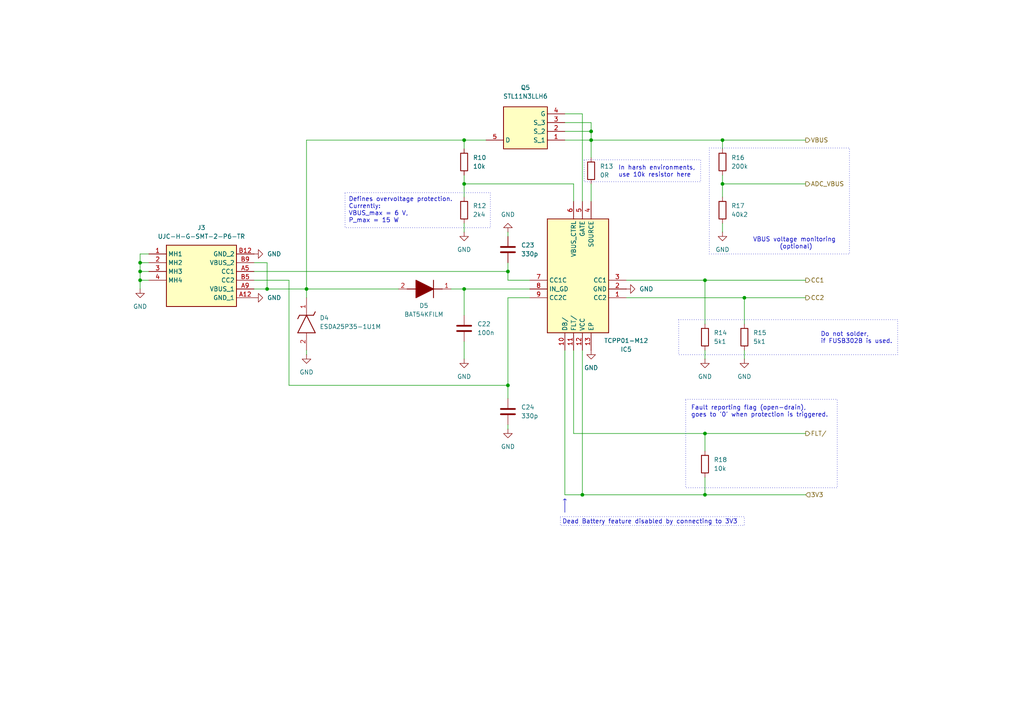
<source format=kicad_sch>
(kicad_sch
	(version 20231120)
	(generator "eeschema")
	(generator_version "8.0")
	(uuid "6914d870-6a5b-4f24-9fc3-1dd882e26195")
	(paper "A4")
	(lib_symbols
		(symbol "Device:C"
			(pin_numbers hide)
			(pin_names
				(offset 0.254)
			)
			(exclude_from_sim no)
			(in_bom yes)
			(on_board yes)
			(property "Reference" "C"
				(at 0.635 2.54 0)
				(effects
					(font
						(size 1.27 1.27)
					)
					(justify left)
				)
			)
			(property "Value" "C"
				(at 0.635 -2.54 0)
				(effects
					(font
						(size 1.27 1.27)
					)
					(justify left)
				)
			)
			(property "Footprint" ""
				(at 0.9652 -3.81 0)
				(effects
					(font
						(size 1.27 1.27)
					)
					(hide yes)
				)
			)
			(property "Datasheet" "~"
				(at 0 0 0)
				(effects
					(font
						(size 1.27 1.27)
					)
					(hide yes)
				)
			)
			(property "Description" "Unpolarized capacitor"
				(at 0 0 0)
				(effects
					(font
						(size 1.27 1.27)
					)
					(hide yes)
				)
			)
			(property "ki_keywords" "cap capacitor"
				(at 0 0 0)
				(effects
					(font
						(size 1.27 1.27)
					)
					(hide yes)
				)
			)
			(property "ki_fp_filters" "C_*"
				(at 0 0 0)
				(effects
					(font
						(size 1.27 1.27)
					)
					(hide yes)
				)
			)
			(symbol "C_0_1"
				(polyline
					(pts
						(xy -2.032 -0.762) (xy 2.032 -0.762)
					)
					(stroke
						(width 0.508)
						(type default)
					)
					(fill
						(type none)
					)
				)
				(polyline
					(pts
						(xy -2.032 0.762) (xy 2.032 0.762)
					)
					(stroke
						(width 0.508)
						(type default)
					)
					(fill
						(type none)
					)
				)
			)
			(symbol "C_1_1"
				(pin passive line
					(at 0 3.81 270)
					(length 2.794)
					(name "~"
						(effects
							(font
								(size 1.27 1.27)
							)
						)
					)
					(number "1"
						(effects
							(font
								(size 1.27 1.27)
							)
						)
					)
				)
				(pin passive line
					(at 0 -3.81 90)
					(length 2.794)
					(name "~"
						(effects
							(font
								(size 1.27 1.27)
							)
						)
					)
					(number "2"
						(effects
							(font
								(size 1.27 1.27)
							)
						)
					)
				)
			)
		)
		(symbol "Device:R"
			(pin_numbers hide)
			(pin_names
				(offset 0)
			)
			(exclude_from_sim no)
			(in_bom yes)
			(on_board yes)
			(property "Reference" "R"
				(at 2.032 0 90)
				(effects
					(font
						(size 1.27 1.27)
					)
				)
			)
			(property "Value" "R"
				(at 0 0 90)
				(effects
					(font
						(size 1.27 1.27)
					)
				)
			)
			(property "Footprint" ""
				(at -1.778 0 90)
				(effects
					(font
						(size 1.27 1.27)
					)
					(hide yes)
				)
			)
			(property "Datasheet" "~"
				(at 0 0 0)
				(effects
					(font
						(size 1.27 1.27)
					)
					(hide yes)
				)
			)
			(property "Description" "Resistor"
				(at 0 0 0)
				(effects
					(font
						(size 1.27 1.27)
					)
					(hide yes)
				)
			)
			(property "ki_keywords" "R res resistor"
				(at 0 0 0)
				(effects
					(font
						(size 1.27 1.27)
					)
					(hide yes)
				)
			)
			(property "ki_fp_filters" "R_*"
				(at 0 0 0)
				(effects
					(font
						(size 1.27 1.27)
					)
					(hide yes)
				)
			)
			(symbol "R_0_1"
				(rectangle
					(start -1.016 -2.54)
					(end 1.016 2.54)
					(stroke
						(width 0.254)
						(type default)
					)
					(fill
						(type none)
					)
				)
			)
			(symbol "R_1_1"
				(pin passive line
					(at 0 3.81 270)
					(length 1.27)
					(name "~"
						(effects
							(font
								(size 1.27 1.27)
							)
						)
					)
					(number "1"
						(effects
							(font
								(size 1.27 1.27)
							)
						)
					)
				)
				(pin passive line
					(at 0 -3.81 90)
					(length 1.27)
					(name "~"
						(effects
							(font
								(size 1.27 1.27)
							)
						)
					)
					(number "2"
						(effects
							(font
								(size 1.27 1.27)
							)
						)
					)
				)
			)
		)
		(symbol "SamacSys_Parts:BAT54KFILM"
			(pin_names hide)
			(exclude_from_sim no)
			(in_bom yes)
			(on_board yes)
			(property "Reference" "D"
				(at 11.43 5.08 0)
				(effects
					(font
						(size 1.27 1.27)
					)
					(justify left top)
				)
			)
			(property "Value" "BAT54KFILM"
				(at 11.43 2.54 0)
				(effects
					(font
						(size 1.27 1.27)
					)
					(justify left top)
				)
			)
			(property "Footprint" "SODFL1608X70N"
				(at 11.43 -97.46 0)
				(effects
					(font
						(size 1.27 1.27)
					)
					(justify left top)
					(hide yes)
				)
			)
			(property "Datasheet" "http://www.st.com/web/en/resource/technical/document/datasheet/CD00001322.pdf"
				(at 11.43 -197.46 0)
				(effects
					(font
						(size 1.27 1.27)
					)
					(justify left top)
					(hide yes)
				)
			)
			(property "Description" "BAT54KFILM, Schottky Diode,  0.3A max, 40V 5ns, 2-Pin, SOD-523"
				(at 0 0 0)
				(effects
					(font
						(size 1.27 1.27)
					)
					(hide yes)
				)
			)
			(property "Height" "0.7"
				(at 11.43 -397.46 0)
				(effects
					(font
						(size 1.27 1.27)
					)
					(justify left top)
					(hide yes)
				)
			)
			(property "Manufacturer_Name" "STMicroelectronics"
				(at 11.43 -497.46 0)
				(effects
					(font
						(size 1.27 1.27)
					)
					(justify left top)
					(hide yes)
				)
			)
			(property "Manufacturer_Part_Number" "BAT54KFILM"
				(at 11.43 -597.46 0)
				(effects
					(font
						(size 1.27 1.27)
					)
					(justify left top)
					(hide yes)
				)
			)
			(property "Mouser Part Number" "511-BAT54KFILM"
				(at 11.43 -697.46 0)
				(effects
					(font
						(size 1.27 1.27)
					)
					(justify left top)
					(hide yes)
				)
			)
			(property "Mouser Price/Stock" "https://www.mouser.co.uk/ProductDetail/STMicroelectronics/BAT54KFILM?qs=jZi1jxfVU95Y9ce6l3OT%252BA%3D%3D"
				(at 11.43 -797.46 0)
				(effects
					(font
						(size 1.27 1.27)
					)
					(justify left top)
					(hide yes)
				)
			)
			(property "Arrow Part Number" "BAT54KFILM"
				(at 11.43 -897.46 0)
				(effects
					(font
						(size 1.27 1.27)
					)
					(justify left top)
					(hide yes)
				)
			)
			(property "Arrow Price/Stock" "https://www.arrow.com/en/products/bat54kfilm/stmicroelectronics?region=europe"
				(at 11.43 -997.46 0)
				(effects
					(font
						(size 1.27 1.27)
					)
					(justify left top)
					(hide yes)
				)
			)
			(symbol "BAT54KFILM_1_1"
				(polyline
					(pts
						(xy 2.54 0) (xy 5.08 0)
					)
					(stroke
						(width 0.254)
						(type default)
					)
					(fill
						(type none)
					)
				)
				(polyline
					(pts
						(xy 5.08 2.54) (xy 5.08 -2.54)
					)
					(stroke
						(width 0.254)
						(type default)
					)
					(fill
						(type none)
					)
				)
				(polyline
					(pts
						(xy 10.16 0) (xy 12.7 0)
					)
					(stroke
						(width 0.254)
						(type default)
					)
					(fill
						(type none)
					)
				)
				(polyline
					(pts
						(xy 5.08 0) (xy 10.16 2.54) (xy 10.16 -2.54) (xy 5.08 0)
					)
					(stroke
						(width 0.254)
						(type default)
					)
					(fill
						(type outline)
					)
				)
				(pin passive line
					(at 0 0 0)
					(length 2.54)
					(name "K"
						(effects
							(font
								(size 1.27 1.27)
							)
						)
					)
					(number "1"
						(effects
							(font
								(size 1.27 1.27)
							)
						)
					)
				)
				(pin passive line
					(at 15.24 0 180)
					(length 2.54)
					(name "A"
						(effects
							(font
								(size 1.27 1.27)
							)
						)
					)
					(number "2"
						(effects
							(font
								(size 1.27 1.27)
							)
						)
					)
				)
			)
		)
		(symbol "SamacSys_Parts:ESDA25P35-1U1M"
			(pin_names hide)
			(exclude_from_sim no)
			(in_bom yes)
			(on_board yes)
			(property "Reference" "D"
				(at 10.16 8.89 0)
				(effects
					(font
						(size 1.27 1.27)
					)
					(justify left bottom)
				)
			)
			(property "Value" "ESDA25P35-1U1M"
				(at 10.16 6.35 0)
				(effects
					(font
						(size 1.27 1.27)
					)
					(justify left bottom)
				)
			)
			(property "Footprint" "ESDA25P351U1M"
				(at 10.16 -93.65 0)
				(effects
					(font
						(size 1.27 1.27)
					)
					(justify left bottom)
					(hide yes)
				)
			)
			(property "Datasheet" "https://www.st.com/resource/en/datasheet/esda25p35-1u1m.pdf"
				(at 10.16 -193.65 0)
				(effects
					(font
						(size 1.27 1.27)
					)
					(justify left bottom)
					(hide yes)
				)
			)
			(property "Description" "STMicroelectronics ESDA25P35-1U1M, Uni-Directional TVS Diode, 1400W, 2-Pin QFN"
				(at 0 0 0)
				(effects
					(font
						(size 1.27 1.27)
					)
					(hide yes)
				)
			)
			(property "Height" "0.6"
				(at 10.16 -393.65 0)
				(effects
					(font
						(size 1.27 1.27)
					)
					(justify left bottom)
					(hide yes)
				)
			)
			(property "Manufacturer_Name" "STMicroelectronics"
				(at 10.16 -493.65 0)
				(effects
					(font
						(size 1.27 1.27)
					)
					(justify left bottom)
					(hide yes)
				)
			)
			(property "Manufacturer_Part_Number" "ESDA25P35-1U1M"
				(at 10.16 -593.65 0)
				(effects
					(font
						(size 1.27 1.27)
					)
					(justify left bottom)
					(hide yes)
				)
			)
			(property "Mouser Part Number" "511-ESDA25P35-1U1M"
				(at 10.16 -693.65 0)
				(effects
					(font
						(size 1.27 1.27)
					)
					(justify left bottom)
					(hide yes)
				)
			)
			(property "Mouser Price/Stock" "https://www.mouser.co.uk/ProductDetail/STMicroelectronics/ESDA25P35-1U1M?qs=aVyJF2WnouQUWqgNP85ZrA%3D%3D"
				(at 10.16 -793.65 0)
				(effects
					(font
						(size 1.27 1.27)
					)
					(justify left bottom)
					(hide yes)
				)
			)
			(property "Arrow Part Number" "ESDA25P35-1U1M"
				(at 10.16 -893.65 0)
				(effects
					(font
						(size 1.27 1.27)
					)
					(justify left bottom)
					(hide yes)
				)
			)
			(property "Arrow Price/Stock" "https://www.arrow.com/en/products/esda25p35-1u1m/stmicroelectronics?utm_currency=USD&region=europe"
				(at 10.16 -993.65 0)
				(effects
					(font
						(size 1.27 1.27)
					)
					(justify left bottom)
					(hide yes)
				)
			)
			(symbol "ESDA25P35-1U1M_1_1"
				(polyline
					(pts
						(xy 4.064 2.54) (xy 5.08 2.032)
					)
					(stroke
						(width 0.254)
						(type default)
					)
					(fill
						(type none)
					)
				)
				(polyline
					(pts
						(xy 5.08 -2.032) (xy 5.08 2.032)
					)
					(stroke
						(width 0.254)
						(type default)
					)
					(fill
						(type none)
					)
				)
				(polyline
					(pts
						(xy 5.08 -2.032) (xy 6.096 -2.54)
					)
					(stroke
						(width 0.254)
						(type default)
					)
					(fill
						(type none)
					)
				)
				(polyline
					(pts
						(xy 5.08 0) (xy 10.16 2.54)
					)
					(stroke
						(width 0.254)
						(type default)
					)
					(fill
						(type none)
					)
				)
				(polyline
					(pts
						(xy 10.16 -2.54) (xy 5.08 0)
					)
					(stroke
						(width 0.254)
						(type default)
					)
					(fill
						(type none)
					)
				)
				(polyline
					(pts
						(xy 10.16 -2.54) (xy 10.16 2.54)
					)
					(stroke
						(width 0.254)
						(type default)
					)
					(fill
						(type none)
					)
				)
				(pin passive line
					(at 0 0 0)
					(length 5.08)
					(name "K"
						(effects
							(font
								(size 1.27 1.27)
							)
						)
					)
					(number "1"
						(effects
							(font
								(size 1.27 1.27)
							)
						)
					)
				)
				(pin passive line
					(at 15.24 0 180)
					(length 5.08)
					(name "A"
						(effects
							(font
								(size 1.27 1.27)
							)
						)
					)
					(number "2"
						(effects
							(font
								(size 1.27 1.27)
							)
						)
					)
				)
			)
		)
		(symbol "SamacSys_Parts:STL11N3LLH6"
			(exclude_from_sim no)
			(in_bom yes)
			(on_board yes)
			(property "Reference" "Q"
				(at 19.05 7.62 0)
				(effects
					(font
						(size 1.27 1.27)
					)
					(justify left top)
				)
			)
			(property "Value" "STL11N3LLH6"
				(at 19.05 5.08 0)
				(effects
					(font
						(size 1.27 1.27)
					)
					(justify left top)
				)
			)
			(property "Footprint" "STL20N6F7"
				(at 19.05 -94.92 0)
				(effects
					(font
						(size 1.27 1.27)
					)
					(justify left top)
					(hide yes)
				)
			)
			(property "Datasheet" "https://www.st.com/resource/en/datasheet/stl11n3llh6.pdf"
				(at 19.05 -194.92 0)
				(effects
					(font
						(size 1.27 1.27)
					)
					(justify left top)
					(hide yes)
				)
			)
			(property "Description" "MOSFET N-Ch 30V 0.006 Ohm 11A STripFET VI Deep"
				(at 7.62 -14.986 0)
				(effects
					(font
						(size 1.27 1.27)
					)
					(hide yes)
				)
			)
			(property "Height" ""
				(at 19.05 -394.92 0)
				(effects
					(font
						(size 1.27 1.27)
					)
					(justify left top)
					(hide yes)
				)
			)
			(property "Manufacturer_Name" "STMicroelectronics"
				(at 19.05 -494.92 0)
				(effects
					(font
						(size 1.27 1.27)
					)
					(justify left top)
					(hide yes)
				)
			)
			(property "Manufacturer_Part_Number" "STL11N3LLH6"
				(at 19.05 -594.92 0)
				(effects
					(font
						(size 1.27 1.27)
					)
					(justify left top)
					(hide yes)
				)
			)
			(property "Mouser Part Number" "511-STL11N3LLH6"
				(at 19.05 -694.92 0)
				(effects
					(font
						(size 1.27 1.27)
					)
					(justify left top)
					(hide yes)
				)
			)
			(property "Mouser Price/Stock" "https://www.mouser.co.uk/ProductDetail/STMicroelectronics/STL11N3LLH6?qs=CBOTe0%252BbgkbnVaR%2FX25%2FKw%3D%3D"
				(at 19.05 -794.92 0)
				(effects
					(font
						(size 1.27 1.27)
					)
					(justify left top)
					(hide yes)
				)
			)
			(property "Arrow Part Number" "STL11N3LLH6"
				(at 19.05 -894.92 0)
				(effects
					(font
						(size 1.27 1.27)
					)
					(justify left top)
					(hide yes)
				)
			)
			(property "Arrow Price/Stock" "https://www.arrow.com/en/products/stl11n3llh6/stmicroelectronics?region=nac"
				(at 19.05 -994.92 0)
				(effects
					(font
						(size 1.27 1.27)
					)
					(justify left top)
					(hide yes)
				)
			)
			(symbol "STL11N3LLH6_1_1"
				(rectangle
					(start 5.08 2.54)
					(end 17.78 -9.652)
					(stroke
						(width 0.254)
						(type default)
					)
					(fill
						(type background)
					)
				)
				(pin passive line
					(at 0 0 0)
					(length 5.08)
					(name "S_1"
						(effects
							(font
								(size 1.27 1.27)
							)
						)
					)
					(number "1"
						(effects
							(font
								(size 1.27 1.27)
							)
						)
					)
				)
				(pin passive line
					(at 0 -2.54 0)
					(length 5.08)
					(name "S_2"
						(effects
							(font
								(size 1.27 1.27)
							)
						)
					)
					(number "2"
						(effects
							(font
								(size 1.27 1.27)
							)
						)
					)
				)
				(pin passive line
					(at 0 -5.08 0)
					(length 5.08)
					(name "S_3"
						(effects
							(font
								(size 1.27 1.27)
							)
						)
					)
					(number "3"
						(effects
							(font
								(size 1.27 1.27)
							)
						)
					)
				)
				(pin passive line
					(at 0 -7.62 0)
					(length 5.08)
					(name "G"
						(effects
							(font
								(size 1.27 1.27)
							)
						)
					)
					(number "4"
						(effects
							(font
								(size 1.27 1.27)
							)
						)
					)
				)
				(pin passive line
					(at 22.86 0 180)
					(length 5.08)
					(name "D"
						(effects
							(font
								(size 1.27 1.27)
							)
						)
					)
					(number "5"
						(effects
							(font
								(size 1.27 1.27)
							)
						)
					)
				)
			)
		)
		(symbol "SamacSys_Parts:TCPP01-M12"
			(exclude_from_sim no)
			(in_bom yes)
			(on_board yes)
			(property "Reference" "IC"
				(at 24.13 15.24 0)
				(effects
					(font
						(size 1.27 1.27)
					)
					(justify left top)
				)
			)
			(property "Value" "TCPP01-M12"
				(at 24.13 12.7 0)
				(effects
					(font
						(size 1.27 1.27)
					)
					(justify left top)
				)
			)
			(property "Footprint" "QFN50P300X300X100-13N-D"
				(at 24.13 -87.3 0)
				(effects
					(font
						(size 1.27 1.27)
					)
					(justify left top)
					(hide yes)
				)
			)
			(property "Datasheet" "https://www.st.com/resource/en/datasheet/tcpp01-m12.pdf"
				(at 24.13 -187.3 0)
				(effects
					(font
						(size 1.27 1.27)
					)
					(justify left top)
					(hide yes)
				)
			)
			(property "Description" "USB type-C port protection"
				(at 0 0 0)
				(effects
					(font
						(size 1.27 1.27)
					)
					(hide yes)
				)
			)
			(property "Height" "1"
				(at 24.13 -387.3 0)
				(effects
					(font
						(size 1.27 1.27)
					)
					(justify left top)
					(hide yes)
				)
			)
			(property "Manufacturer_Name" "STMicroelectronics"
				(at 24.13 -487.3 0)
				(effects
					(font
						(size 1.27 1.27)
					)
					(justify left top)
					(hide yes)
				)
			)
			(property "Manufacturer_Part_Number" "TCPP01-M12"
				(at 24.13 -587.3 0)
				(effects
					(font
						(size 1.27 1.27)
					)
					(justify left top)
					(hide yes)
				)
			)
			(property "Mouser Part Number" "511-TCPP01-M12"
				(at 24.13 -687.3 0)
				(effects
					(font
						(size 1.27 1.27)
					)
					(justify left top)
					(hide yes)
				)
			)
			(property "Mouser Price/Stock" "https://www.mouser.co.uk/ProductDetail/STMicroelectronics/TCPP01-M12?qs=%252B6g0mu59x7KCafIwapwG2A%3D%3D"
				(at 24.13 -787.3 0)
				(effects
					(font
						(size 1.27 1.27)
					)
					(justify left top)
					(hide yes)
				)
			)
			(property "Arrow Part Number" "TCPP01-M12"
				(at 24.13 -887.3 0)
				(effects
					(font
						(size 1.27 1.27)
					)
					(justify left top)
					(hide yes)
				)
			)
			(property "Arrow Price/Stock" "https://www.arrow.com/en/products/tcpp01-m12/stmicroelectronics?region=nac"
				(at 24.13 -987.3 0)
				(effects
					(font
						(size 1.27 1.27)
					)
					(justify left top)
					(hide yes)
				)
			)
			(symbol "TCPP01-M12_1_1"
				(rectangle
					(start 5.08 10.16)
					(end 22.86 -22.86)
					(stroke
						(width 0.254)
						(type default)
					)
					(fill
						(type background)
					)
				)
				(pin passive line
					(at 0 0 0)
					(length 5.08)
					(name "CC2"
						(effects
							(font
								(size 1.27 1.27)
							)
						)
					)
					(number "1"
						(effects
							(font
								(size 1.27 1.27)
							)
						)
					)
				)
				(pin passive line
					(at 17.78 15.24 270)
					(length 5.08)
					(name "DB/"
						(effects
							(font
								(size 1.27 1.27)
							)
						)
					)
					(number "10"
						(effects
							(font
								(size 1.27 1.27)
							)
						)
					)
				)
				(pin passive line
					(at 15.24 15.24 270)
					(length 5.08)
					(name "FLT/"
						(effects
							(font
								(size 1.27 1.27)
							)
						)
					)
					(number "11"
						(effects
							(font
								(size 1.27 1.27)
							)
						)
					)
				)
				(pin passive line
					(at 12.7 15.24 270)
					(length 5.08)
					(name "VCC"
						(effects
							(font
								(size 1.27 1.27)
							)
						)
					)
					(number "12"
						(effects
							(font
								(size 1.27 1.27)
							)
						)
					)
				)
				(pin passive line
					(at 10.16 15.24 270)
					(length 5.08)
					(name "EP"
						(effects
							(font
								(size 1.27 1.27)
							)
						)
					)
					(number "13"
						(effects
							(font
								(size 1.27 1.27)
							)
						)
					)
				)
				(pin passive line
					(at 0 -2.54 0)
					(length 5.08)
					(name "GND"
						(effects
							(font
								(size 1.27 1.27)
							)
						)
					)
					(number "2"
						(effects
							(font
								(size 1.27 1.27)
							)
						)
					)
				)
				(pin passive line
					(at 0 -5.08 0)
					(length 5.08)
					(name "CC1"
						(effects
							(font
								(size 1.27 1.27)
							)
						)
					)
					(number "3"
						(effects
							(font
								(size 1.27 1.27)
							)
						)
					)
				)
				(pin passive line
					(at 10.16 -27.94 90)
					(length 5.08)
					(name "SOURCE"
						(effects
							(font
								(size 1.27 1.27)
							)
						)
					)
					(number "4"
						(effects
							(font
								(size 1.27 1.27)
							)
						)
					)
				)
				(pin passive line
					(at 12.7 -27.94 90)
					(length 5.08)
					(name "GATE"
						(effects
							(font
								(size 1.27 1.27)
							)
						)
					)
					(number "5"
						(effects
							(font
								(size 1.27 1.27)
							)
						)
					)
				)
				(pin passive line
					(at 15.24 -27.94 90)
					(length 5.08)
					(name "VBUS_CTRL"
						(effects
							(font
								(size 1.27 1.27)
							)
						)
					)
					(number "6"
						(effects
							(font
								(size 1.27 1.27)
							)
						)
					)
				)
				(pin passive line
					(at 27.94 -5.08 180)
					(length 5.08)
					(name "CC1C"
						(effects
							(font
								(size 1.27 1.27)
							)
						)
					)
					(number "7"
						(effects
							(font
								(size 1.27 1.27)
							)
						)
					)
				)
				(pin passive line
					(at 27.94 -2.54 180)
					(length 5.08)
					(name "IN_GD"
						(effects
							(font
								(size 1.27 1.27)
							)
						)
					)
					(number "8"
						(effects
							(font
								(size 1.27 1.27)
							)
						)
					)
				)
				(pin passive line
					(at 27.94 0 180)
					(length 5.08)
					(name "CC2C"
						(effects
							(font
								(size 1.27 1.27)
							)
						)
					)
					(number "9"
						(effects
							(font
								(size 1.27 1.27)
							)
						)
					)
				)
			)
		)
		(symbol "SamacSys_Parts:UJC-H-G-SMT-2-P6-TR"
			(exclude_from_sim no)
			(in_bom yes)
			(on_board yes)
			(property "Reference" "J"
				(at 26.67 7.62 0)
				(effects
					(font
						(size 1.27 1.27)
					)
					(justify left top)
				)
			)
			(property "Value" "UJC-H-G-SMT-2-P6-TR"
				(at 26.67 5.08 0)
				(effects
					(font
						(size 1.27 1.27)
					)
					(justify left top)
				)
			)
			(property "Footprint" "UJCHGSMT2P6TR"
				(at 26.67 -94.92 0)
				(effects
					(font
						(size 1.27 1.27)
					)
					(justify left top)
					(hide yes)
				)
			)
			(property "Datasheet" "https://www.sameskydevices.com/product/resource/ujc-h-g-smt-2-p6-tr.pdf"
				(at 26.67 -194.92 0)
				(effects
					(font
						(size 1.27 1.27)
					)
					(justify left top)
					(hide yes)
				)
			)
			(property "Description" "Type C, Power Only, 30 Vac, 3 A, Horizontal, Gold plated 1u, Surface Mount,6 pin, USB Receptacle"
				(at 6.604 -18.542 0)
				(effects
					(font
						(size 1.27 1.27)
					)
					(hide yes)
				)
			)
			(property "Height" "3.36"
				(at 26.67 -394.92 0)
				(effects
					(font
						(size 1.27 1.27)
					)
					(justify left top)
					(hide yes)
				)
			)
			(property "Manufacturer_Name" "Same Sky"
				(at 26.67 -494.92 0)
				(effects
					(font
						(size 1.27 1.27)
					)
					(justify left top)
					(hide yes)
				)
			)
			(property "Manufacturer_Part_Number" "UJC-H-G-SMT-2-P6-TR"
				(at 26.67 -594.92 0)
				(effects
					(font
						(size 1.27 1.27)
					)
					(justify left top)
					(hide yes)
				)
			)
			(property "Mouser Part Number" "179-UJCHGSMT2P6TR"
				(at 26.67 -694.92 0)
				(effects
					(font
						(size 1.27 1.27)
					)
					(justify left top)
					(hide yes)
				)
			)
			(property "Mouser Price/Stock" "https://www.mouser.co.uk/ProductDetail/Same-Sky/UJC-H-G-SMT-2-P6-TR?qs=IKkN%2F947nfApFV8T6rOqww%3D%3D"
				(at 26.67 -794.92 0)
				(effects
					(font
						(size 1.27 1.27)
					)
					(justify left top)
					(hide yes)
				)
			)
			(property "Arrow Part Number" ""
				(at 26.67 -894.92 0)
				(effects
					(font
						(size 1.27 1.27)
					)
					(justify left top)
					(hide yes)
				)
			)
			(property "Arrow Price/Stock" ""
				(at 26.67 -994.92 0)
				(effects
					(font
						(size 1.27 1.27)
					)
					(justify left top)
					(hide yes)
				)
			)
			(symbol "UJC-H-G-SMT-2-P6-TR_1_1"
				(rectangle
					(start 5.08 2.54)
					(end 25.4 -15.24)
					(stroke
						(width 0.254)
						(type default)
					)
					(fill
						(type background)
					)
				)
				(pin passive line
					(at 0 0 0)
					(length 5.08)
					(name "MH1"
						(effects
							(font
								(size 1.27 1.27)
							)
						)
					)
					(number "1"
						(effects
							(font
								(size 1.27 1.27)
							)
						)
					)
				)
				(pin passive line
					(at 0 -2.54 0)
					(length 5.08)
					(name "MH2"
						(effects
							(font
								(size 1.27 1.27)
							)
						)
					)
					(number "2"
						(effects
							(font
								(size 1.27 1.27)
							)
						)
					)
				)
				(pin passive line
					(at 0 -5.08 0)
					(length 5.08)
					(name "MH3"
						(effects
							(font
								(size 1.27 1.27)
							)
						)
					)
					(number "3"
						(effects
							(font
								(size 1.27 1.27)
							)
						)
					)
				)
				(pin passive line
					(at 0 -7.62 0)
					(length 5.08)
					(name "MH4"
						(effects
							(font
								(size 1.27 1.27)
							)
						)
					)
					(number "4"
						(effects
							(font
								(size 1.27 1.27)
							)
						)
					)
				)
				(pin passive line
					(at 30.48 -12.7 180)
					(length 5.08)
					(name "GND_1"
						(effects
							(font
								(size 1.27 1.27)
							)
						)
					)
					(number "A12"
						(effects
							(font
								(size 1.27 1.27)
							)
						)
					)
				)
				(pin passive line
					(at 30.48 -5.08 180)
					(length 5.08)
					(name "CC1"
						(effects
							(font
								(size 1.27 1.27)
							)
						)
					)
					(number "A5"
						(effects
							(font
								(size 1.27 1.27)
							)
						)
					)
				)
				(pin passive line
					(at 30.48 -10.16 180)
					(length 5.08)
					(name "VBUS_1"
						(effects
							(font
								(size 1.27 1.27)
							)
						)
					)
					(number "A9"
						(effects
							(font
								(size 1.27 1.27)
							)
						)
					)
				)
				(pin passive line
					(at 30.48 0 180)
					(length 5.08)
					(name "GND_2"
						(effects
							(font
								(size 1.27 1.27)
							)
						)
					)
					(number "B12"
						(effects
							(font
								(size 1.27 1.27)
							)
						)
					)
				)
				(pin passive line
					(at 30.48 -7.62 180)
					(length 5.08)
					(name "CC2"
						(effects
							(font
								(size 1.27 1.27)
							)
						)
					)
					(number "B5"
						(effects
							(font
								(size 1.27 1.27)
							)
						)
					)
				)
				(pin passive line
					(at 30.48 -2.54 180)
					(length 5.08)
					(name "VBUS_2"
						(effects
							(font
								(size 1.27 1.27)
							)
						)
					)
					(number "B9"
						(effects
							(font
								(size 1.27 1.27)
							)
						)
					)
				)
			)
		)
		(symbol "power:GND"
			(power)
			(pin_numbers hide)
			(pin_names
				(offset 0) hide)
			(exclude_from_sim no)
			(in_bom yes)
			(on_board yes)
			(property "Reference" "#PWR"
				(at 0 -6.35 0)
				(effects
					(font
						(size 1.27 1.27)
					)
					(hide yes)
				)
			)
			(property "Value" "GND"
				(at 0 -3.81 0)
				(effects
					(font
						(size 1.27 1.27)
					)
				)
			)
			(property "Footprint" ""
				(at 0 0 0)
				(effects
					(font
						(size 1.27 1.27)
					)
					(hide yes)
				)
			)
			(property "Datasheet" ""
				(at 0 0 0)
				(effects
					(font
						(size 1.27 1.27)
					)
					(hide yes)
				)
			)
			(property "Description" "Power symbol creates a global label with name \"GND\" , ground"
				(at 0 0 0)
				(effects
					(font
						(size 1.27 1.27)
					)
					(hide yes)
				)
			)
			(property "ki_keywords" "global power"
				(at 0 0 0)
				(effects
					(font
						(size 1.27 1.27)
					)
					(hide yes)
				)
			)
			(symbol "GND_0_1"
				(polyline
					(pts
						(xy 0 0) (xy 0 -1.27) (xy 1.27 -1.27) (xy 0 -2.54) (xy -1.27 -1.27) (xy 0 -1.27)
					)
					(stroke
						(width 0)
						(type default)
					)
					(fill
						(type none)
					)
				)
			)
			(symbol "GND_1_1"
				(pin power_in line
					(at 0 0 270)
					(length 0)
					(name "~"
						(effects
							(font
								(size 1.27 1.27)
							)
						)
					)
					(number "1"
						(effects
							(font
								(size 1.27 1.27)
							)
						)
					)
				)
			)
		)
	)
	(junction
		(at 40.64 78.74)
		(diameter 0)
		(color 0 0 0 0)
		(uuid "077587de-3999-4041-ab40-f03ef2d40365")
	)
	(junction
		(at 134.62 83.82)
		(diameter 0)
		(color 0 0 0 0)
		(uuid "2423a675-1363-4167-a106-63d6bf8f9a49")
	)
	(junction
		(at 134.62 53.34)
		(diameter 0)
		(color 0 0 0 0)
		(uuid "322bc129-ba0c-470b-b9c4-79ff190a9df0")
	)
	(junction
		(at 168.91 143.51)
		(diameter 0)
		(color 0 0 0 0)
		(uuid "32d1b82c-ad99-4543-b36e-bb4f15e77b36")
	)
	(junction
		(at 147.32 78.74)
		(diameter 0)
		(color 0 0 0 0)
		(uuid "39bb54e5-f6b2-43e5-8055-a7a0fd30e049")
	)
	(junction
		(at 147.32 111.76)
		(diameter 0)
		(color 0 0 0 0)
		(uuid "43134045-a9d3-4c97-8e44-aff5efaabe95")
	)
	(junction
		(at 209.55 40.64)
		(diameter 0)
		(color 0 0 0 0)
		(uuid "5d7235eb-9110-4d6f-85a0-cb0dcd82f196")
	)
	(junction
		(at 134.62 40.64)
		(diameter 0)
		(color 0 0 0 0)
		(uuid "704cb99e-974e-4a14-97ad-4274655b51a1")
	)
	(junction
		(at 209.55 53.34)
		(diameter 0)
		(color 0 0 0 0)
		(uuid "73a6a9a3-5041-47cc-9819-81e082432787")
	)
	(junction
		(at 204.47 143.51)
		(diameter 0)
		(color 0 0 0 0)
		(uuid "73ccb220-0be7-4286-8bd4-ddb863c56d2a")
	)
	(junction
		(at 88.9 83.82)
		(diameter 0)
		(color 0 0 0 0)
		(uuid "8f2b2742-3c38-4ce5-8a52-339a14ce294f")
	)
	(junction
		(at 171.45 40.64)
		(diameter 0)
		(color 0 0 0 0)
		(uuid "9c4bffd5-5f7b-4a09-a1ad-29816196ed15")
	)
	(junction
		(at 171.45 38.1)
		(diameter 0)
		(color 0 0 0 0)
		(uuid "b351285c-b600-487c-a14f-6374a3ac7d4b")
	)
	(junction
		(at 77.47 83.82)
		(diameter 0)
		(color 0 0 0 0)
		(uuid "be9eb128-5776-4603-b2ec-d3ab8e05f31d")
	)
	(junction
		(at 40.64 81.28)
		(diameter 0)
		(color 0 0 0 0)
		(uuid "c0ddfc60-e76d-41b7-a0f5-a3d6a0a36454")
	)
	(junction
		(at 40.64 76.2)
		(diameter 0)
		(color 0 0 0 0)
		(uuid "c89cc429-a190-4fd7-ba00-76154f1d75b9")
	)
	(junction
		(at 204.47 81.28)
		(diameter 0)
		(color 0 0 0 0)
		(uuid "e3fec87b-0123-457a-a9ad-dcdd830dea7f")
	)
	(junction
		(at 204.47 125.73)
		(diameter 0)
		(color 0 0 0 0)
		(uuid "f1abaa89-db5d-47b5-8201-1a30a08a84a2")
	)
	(junction
		(at 215.9 86.36)
		(diameter 0)
		(color 0 0 0 0)
		(uuid "fc72e684-e6d8-4bd9-8d2b-5b4da33fdfc2")
	)
	(wire
		(pts
			(xy 204.47 125.73) (xy 204.47 130.81)
		)
		(stroke
			(width 0)
			(type default)
		)
		(uuid "005de43b-d1a0-46f0-bd56-f2fbb0da273e")
	)
	(wire
		(pts
			(xy 209.55 40.64) (xy 171.45 40.64)
		)
		(stroke
			(width 0)
			(type default)
		)
		(uuid "00c1ca3b-278c-4d58-93f8-c6865641b0b5")
	)
	(wire
		(pts
			(xy 204.47 125.73) (xy 233.68 125.73)
		)
		(stroke
			(width 0)
			(type default)
		)
		(uuid "02313fb3-5726-4a35-ae65-05669661c854")
	)
	(wire
		(pts
			(xy 77.47 76.2) (xy 73.66 76.2)
		)
		(stroke
			(width 0)
			(type default)
		)
		(uuid "0289b7c3-3b91-4322-8a1c-2af552d17515")
	)
	(wire
		(pts
			(xy 147.32 111.76) (xy 147.32 115.57)
		)
		(stroke
			(width 0)
			(type default)
		)
		(uuid "02c1be65-2b6e-4cb9-b710-c217e91102ad")
	)
	(wire
		(pts
			(xy 77.47 76.2) (xy 77.47 83.82)
		)
		(stroke
			(width 0)
			(type default)
		)
		(uuid "0437841a-da90-49ec-a1ff-e31ae660696d")
	)
	(wire
		(pts
			(xy 168.91 33.02) (xy 163.83 33.02)
		)
		(stroke
			(width 0)
			(type default)
		)
		(uuid "07969f5a-f3a0-4356-b366-c45a9736e371")
	)
	(wire
		(pts
			(xy 147.32 67.31) (xy 147.32 68.58)
		)
		(stroke
			(width 0)
			(type default)
		)
		(uuid "10fc273a-ffa0-4272-b9d9-3ffd2f8f07a9")
	)
	(wire
		(pts
			(xy 204.47 101.6) (xy 204.47 104.14)
		)
		(stroke
			(width 0)
			(type default)
		)
		(uuid "1195b443-23f2-43f7-bdf5-707fce1400d8")
	)
	(wire
		(pts
			(xy 171.45 40.64) (xy 171.45 45.72)
		)
		(stroke
			(width 0)
			(type default)
		)
		(uuid "19eb9887-1ff0-48ed-8cfd-97f630876c0c")
	)
	(wire
		(pts
			(xy 134.62 64.77) (xy 134.62 67.31)
		)
		(stroke
			(width 0)
			(type default)
		)
		(uuid "1cd0e89f-8de6-4fbb-b89a-be9ae50871b6")
	)
	(wire
		(pts
			(xy 215.9 86.36) (xy 181.61 86.36)
		)
		(stroke
			(width 0)
			(type default)
		)
		(uuid "206160d0-77aa-47b7-98e2-a084116af3ec")
	)
	(wire
		(pts
			(xy 171.45 35.56) (xy 163.83 35.56)
		)
		(stroke
			(width 0)
			(type default)
		)
		(uuid "23ff7fb9-c221-4e3d-a32c-98d452b9df57")
	)
	(wire
		(pts
			(xy 233.68 40.64) (xy 209.55 40.64)
		)
		(stroke
			(width 0)
			(type default)
		)
		(uuid "2b18648c-09b3-45fc-b87f-720e96a0216b")
	)
	(wire
		(pts
			(xy 134.62 50.8) (xy 134.62 53.34)
		)
		(stroke
			(width 0)
			(type default)
		)
		(uuid "2b668ef9-f25d-4a21-96d6-312f74f7dcca")
	)
	(wire
		(pts
			(xy 134.62 40.64) (xy 134.62 43.18)
		)
		(stroke
			(width 0)
			(type default)
		)
		(uuid "323d2bd3-a773-40fa-9d93-6d117045260d")
	)
	(wire
		(pts
			(xy 233.68 86.36) (xy 215.9 86.36)
		)
		(stroke
			(width 0)
			(type default)
		)
		(uuid "389c7ea9-be2e-4286-888c-8488f2b5dd41")
	)
	(wire
		(pts
			(xy 215.9 86.36) (xy 215.9 93.98)
		)
		(stroke
			(width 0)
			(type default)
		)
		(uuid "38b76232-e749-4a2d-a098-a236c170e667")
	)
	(wire
		(pts
			(xy 140.97 40.64) (xy 134.62 40.64)
		)
		(stroke
			(width 0)
			(type default)
		)
		(uuid "44288069-9648-45e0-927a-f8ff4fa20de0")
	)
	(wire
		(pts
			(xy 130.81 83.82) (xy 134.62 83.82)
		)
		(stroke
			(width 0)
			(type default)
		)
		(uuid "44529e16-0c4d-452d-80d3-4d7f8dc9a5a1")
	)
	(wire
		(pts
			(xy 204.47 81.28) (xy 181.61 81.28)
		)
		(stroke
			(width 0)
			(type default)
		)
		(uuid "46178145-ef0a-42c6-b246-f36bf1d2ac38")
	)
	(wire
		(pts
			(xy 233.68 143.51) (xy 204.47 143.51)
		)
		(stroke
			(width 0)
			(type default)
		)
		(uuid "4c62b109-e492-43ac-8528-f91f7d7e5d6e")
	)
	(wire
		(pts
			(xy 83.82 111.76) (xy 147.32 111.76)
		)
		(stroke
			(width 0)
			(type default)
		)
		(uuid "543bafe2-f611-4ffb-b683-aa248ff8d1c0")
	)
	(wire
		(pts
			(xy 204.47 81.28) (xy 204.47 93.98)
		)
		(stroke
			(width 0)
			(type default)
		)
		(uuid "5523b79f-073c-454b-9166-825c288a9756")
	)
	(wire
		(pts
			(xy 40.64 81.28) (xy 43.18 81.28)
		)
		(stroke
			(width 0)
			(type default)
		)
		(uuid "55542907-1e60-4216-85f8-d80c8cb4dc1d")
	)
	(wire
		(pts
			(xy 204.47 138.43) (xy 204.47 143.51)
		)
		(stroke
			(width 0)
			(type default)
		)
		(uuid "59f5454e-07d3-42f2-a7bf-08bd98cadbb6")
	)
	(wire
		(pts
			(xy 88.9 101.6) (xy 88.9 102.87)
		)
		(stroke
			(width 0)
			(type default)
		)
		(uuid "5e668604-2da8-4b34-9e0b-17dfc6b7bbb0")
	)
	(wire
		(pts
			(xy 147.32 76.2) (xy 147.32 78.74)
		)
		(stroke
			(width 0)
			(type default)
		)
		(uuid "6c50b8f2-29d2-4a86-b1fa-28f9dc750ece")
	)
	(wire
		(pts
			(xy 77.47 83.82) (xy 88.9 83.82)
		)
		(stroke
			(width 0)
			(type default)
		)
		(uuid "6e77fdeb-af31-4d02-9ab5-04af5edd25ba")
	)
	(wire
		(pts
			(xy 88.9 83.82) (xy 88.9 86.36)
		)
		(stroke
			(width 0)
			(type default)
		)
		(uuid "72660994-7a45-4737-be86-9795c805b46f")
	)
	(wire
		(pts
			(xy 73.66 83.82) (xy 77.47 83.82)
		)
		(stroke
			(width 0)
			(type default)
		)
		(uuid "73aeaafb-1f63-4f52-936b-8ae33f6391bf")
	)
	(wire
		(pts
			(xy 147.32 81.28) (xy 153.67 81.28)
		)
		(stroke
			(width 0)
			(type default)
		)
		(uuid "7646c4e0-ac17-4bec-82fd-447ff0c1655b")
	)
	(wire
		(pts
			(xy 166.37 125.73) (xy 204.47 125.73)
		)
		(stroke
			(width 0)
			(type default)
		)
		(uuid "833c7e34-0150-411e-ab4c-a366a1eb2d99")
	)
	(wire
		(pts
			(xy 134.62 104.14) (xy 134.62 99.06)
		)
		(stroke
			(width 0)
			(type default)
		)
		(uuid "8721b656-0a30-43d5-8388-ca4c7b9b9e73")
	)
	(wire
		(pts
			(xy 40.64 81.28) (xy 40.64 83.82)
		)
		(stroke
			(width 0)
			(type default)
		)
		(uuid "89647495-8616-489a-9a86-458700e75a6f")
	)
	(wire
		(pts
			(xy 134.62 83.82) (xy 153.67 83.82)
		)
		(stroke
			(width 0)
			(type default)
		)
		(uuid "96bdbbba-2a0c-45bc-ba67-fc026c35ca44")
	)
	(wire
		(pts
			(xy 147.32 78.74) (xy 147.32 81.28)
		)
		(stroke
			(width 0)
			(type default)
		)
		(uuid "9974f0bb-7888-43bc-a847-9afc69962da2")
	)
	(wire
		(pts
			(xy 171.45 53.34) (xy 171.45 58.42)
		)
		(stroke
			(width 0)
			(type default)
		)
		(uuid "9bf7762f-ae5b-4a57-8ba4-b53aac3551f4")
	)
	(wire
		(pts
			(xy 233.68 81.28) (xy 204.47 81.28)
		)
		(stroke
			(width 0)
			(type default)
		)
		(uuid "9c32828f-1b67-43f3-8ac4-21919f3a9297")
	)
	(wire
		(pts
			(xy 73.66 81.28) (xy 83.82 81.28)
		)
		(stroke
			(width 0)
			(type default)
		)
		(uuid "9c6df500-6a58-45d9-bc74-93786e1bfda7")
	)
	(wire
		(pts
			(xy 43.18 73.66) (xy 40.64 73.66)
		)
		(stroke
			(width 0)
			(type default)
		)
		(uuid "a369ac85-9f4d-46ab-b053-5b05c7f106de")
	)
	(wire
		(pts
			(xy 168.91 101.6) (xy 168.91 143.51)
		)
		(stroke
			(width 0)
			(type default)
		)
		(uuid "a8ed39ea-6de6-4b84-866b-34f15f1077b3")
	)
	(wire
		(pts
			(xy 166.37 58.42) (xy 166.37 53.34)
		)
		(stroke
			(width 0)
			(type default)
		)
		(uuid "b2229e3a-7c4f-4aae-8d93-0cdefed019d1")
	)
	(wire
		(pts
			(xy 40.64 78.74) (xy 40.64 81.28)
		)
		(stroke
			(width 0)
			(type default)
		)
		(uuid "b425d379-7afb-4c60-8911-16557fed5a34")
	)
	(wire
		(pts
			(xy 215.9 101.6) (xy 215.9 104.14)
		)
		(stroke
			(width 0)
			(type default)
		)
		(uuid "b6b1bdc0-ef78-4481-b35b-663fe2f28f12")
	)
	(wire
		(pts
			(xy 73.66 78.74) (xy 147.32 78.74)
		)
		(stroke
			(width 0)
			(type default)
		)
		(uuid "b981de3f-253a-4165-b916-f83c778f6b57")
	)
	(polyline
		(pts
			(xy 163.83 144.78) (xy 163.83 148.59)
		)
		(stroke
			(width 0)
			(type default)
		)
		(uuid "ba67eb3a-edc2-4c18-9764-bde8a64800b9")
	)
	(wire
		(pts
			(xy 134.62 83.82) (xy 134.62 91.44)
		)
		(stroke
			(width 0)
			(type default)
		)
		(uuid "bd38d0b0-ba00-4fd1-84a9-a06543980093")
	)
	(wire
		(pts
			(xy 40.64 73.66) (xy 40.64 76.2)
		)
		(stroke
			(width 0)
			(type default)
		)
		(uuid "bdedbf96-d9b1-455c-93e4-d6b965622d40")
	)
	(wire
		(pts
			(xy 147.32 123.19) (xy 147.32 124.46)
		)
		(stroke
			(width 0)
			(type default)
		)
		(uuid "c044f611-54ab-4ad0-87ba-b37306c8b07f")
	)
	(wire
		(pts
			(xy 204.47 143.51) (xy 168.91 143.51)
		)
		(stroke
			(width 0)
			(type default)
		)
		(uuid "cc606347-5671-4883-8c3c-92fdb5e72ef9")
	)
	(wire
		(pts
			(xy 209.55 43.18) (xy 209.55 40.64)
		)
		(stroke
			(width 0)
			(type default)
		)
		(uuid "ce7405d5-949b-47ac-8bbe-577255ae5375")
	)
	(wire
		(pts
			(xy 166.37 101.6) (xy 166.37 125.73)
		)
		(stroke
			(width 0)
			(type default)
		)
		(uuid "cebc3187-e896-4a32-a8c9-38fd281c6d31")
	)
	(wire
		(pts
			(xy 88.9 40.64) (xy 134.62 40.64)
		)
		(stroke
			(width 0)
			(type default)
		)
		(uuid "d0c3e1d7-40f6-4096-8270-d0bc6c802822")
	)
	(wire
		(pts
			(xy 134.62 53.34) (xy 134.62 57.15)
		)
		(stroke
			(width 0)
			(type default)
		)
		(uuid "d318869a-f65f-4624-9a0f-20a74c26436e")
	)
	(wire
		(pts
			(xy 166.37 53.34) (xy 134.62 53.34)
		)
		(stroke
			(width 0)
			(type default)
		)
		(uuid "d38f6588-55cc-4cf4-8c0a-dc9db5198eeb")
	)
	(wire
		(pts
			(xy 171.45 35.56) (xy 171.45 38.1)
		)
		(stroke
			(width 0)
			(type default)
		)
		(uuid "d7b1e98c-10b0-4a0e-a183-761fd8440924")
	)
	(wire
		(pts
			(xy 40.64 78.74) (xy 43.18 78.74)
		)
		(stroke
			(width 0)
			(type default)
		)
		(uuid "d9560439-55f0-426c-868d-1c4edbe5fc50")
	)
	(wire
		(pts
			(xy 171.45 38.1) (xy 171.45 40.64)
		)
		(stroke
			(width 0)
			(type default)
		)
		(uuid "dff9f9d2-ed52-43e9-97dc-2d8f34b05e64")
	)
	(wire
		(pts
			(xy 209.55 50.8) (xy 209.55 53.34)
		)
		(stroke
			(width 0)
			(type default)
		)
		(uuid "e16be34f-d87c-4c78-83e0-2f6c250121c1")
	)
	(wire
		(pts
			(xy 163.83 40.64) (xy 171.45 40.64)
		)
		(stroke
			(width 0)
			(type default)
		)
		(uuid "e89269de-baaa-4327-a673-28aaca6230aa")
	)
	(wire
		(pts
			(xy 88.9 40.64) (xy 88.9 83.82)
		)
		(stroke
			(width 0)
			(type default)
		)
		(uuid "e8fb8c6e-dbb0-40fe-a30e-95b5af2187dd")
	)
	(wire
		(pts
			(xy 40.64 76.2) (xy 40.64 78.74)
		)
		(stroke
			(width 0)
			(type default)
		)
		(uuid "e978c2a9-18ee-4f7b-8931-2610c6d5e9d2")
	)
	(wire
		(pts
			(xy 147.32 86.36) (xy 147.32 111.76)
		)
		(stroke
			(width 0)
			(type default)
		)
		(uuid "ed49cf27-ed48-4a08-9326-5a86ce7588c1")
	)
	(wire
		(pts
			(xy 88.9 83.82) (xy 115.57 83.82)
		)
		(stroke
			(width 0)
			(type default)
		)
		(uuid "eea7b8cf-8bbf-4605-ba22-44f4ef2c84ac")
	)
	(wire
		(pts
			(xy 40.64 76.2) (xy 43.18 76.2)
		)
		(stroke
			(width 0)
			(type default)
		)
		(uuid "f177d92a-0750-4a4d-9897-f891178310e4")
	)
	(wire
		(pts
			(xy 168.91 33.02) (xy 168.91 58.42)
		)
		(stroke
			(width 0)
			(type default)
		)
		(uuid "f2445c70-407e-4094-b4c6-30da99bacc23")
	)
	(wire
		(pts
			(xy 147.32 86.36) (xy 153.67 86.36)
		)
		(stroke
			(width 0)
			(type default)
		)
		(uuid "f333995a-2fe6-4cfb-8b32-31ac713fc887")
	)
	(wire
		(pts
			(xy 83.82 81.28) (xy 83.82 111.76)
		)
		(stroke
			(width 0)
			(type default)
		)
		(uuid "f3b55646-6da6-48b6-859a-4784cf173327")
	)
	(wire
		(pts
			(xy 163.83 101.6) (xy 163.83 143.51)
		)
		(stroke
			(width 0)
			(type default)
		)
		(uuid "f3c4b724-1f96-481e-9ecc-d9d1cb1e9fe7")
	)
	(wire
		(pts
			(xy 209.55 64.77) (xy 209.55 67.31)
		)
		(stroke
			(width 0)
			(type default)
		)
		(uuid "f4445258-e99b-4586-ba6c-00a3aa4ad7d5")
	)
	(wire
		(pts
			(xy 163.83 143.51) (xy 168.91 143.51)
		)
		(stroke
			(width 0)
			(type default)
		)
		(uuid "fc48eeb2-90ec-4118-83fc-fe61eb903d61")
	)
	(wire
		(pts
			(xy 163.83 38.1) (xy 171.45 38.1)
		)
		(stroke
			(width 0)
			(type default)
		)
		(uuid "fd7d8d74-52a2-495b-9c9b-2be7a0cf457d")
	)
	(wire
		(pts
			(xy 209.55 53.34) (xy 209.55 57.15)
		)
		(stroke
			(width 0)
			(type default)
		)
		(uuid "fe1a1e0f-5ce3-4e17-8d50-39c06ca7cc87")
	)
	(wire
		(pts
			(xy 209.55 53.34) (xy 233.68 53.34)
		)
		(stroke
			(width 0)
			(type default)
		)
		(uuid "ff7ad962-1a3f-45a4-9ba3-19934798ad16")
	)
	(rectangle
		(start 162.56 149.86)
		(end 215.9 152.4)
		(stroke
			(width 0)
			(type dot)
		)
		(fill
			(type none)
		)
		(uuid 6cb27ee7-fa12-40ba-958b-e22561db8cdd)
	)
	(rectangle
		(start 169.418 46.355)
		(end 203.2 52.705)
		(stroke
			(width 0)
			(type dot)
		)
		(fill
			(type none)
		)
		(uuid 7c460997-8275-44e6-b615-d7093fb4bd0a)
	)
	(rectangle
		(start 196.85 92.71)
		(end 260.35 102.87)
		(stroke
			(width 0)
			(type dot)
		)
		(fill
			(type none)
		)
		(uuid 920de547-71b0-42e8-bc67-bf93132cc927)
	)
	(rectangle
		(start 198.882 115.824)
		(end 242.824 141.478)
		(stroke
			(width 0)
			(type dot)
		)
		(fill
			(type none)
		)
		(uuid b05e4aa0-1ba0-4741-a2a2-9505fb1f6e66)
	)
	(rectangle
		(start 205.74 42.926)
		(end 246.38 73.66)
		(stroke
			(width 0)
			(type dot)
		)
		(fill
			(type none)
		)
		(uuid b78b8458-eda3-4c95-8353-6e2a2ee7b26c)
	)
	(rectangle
		(start 100.076 55.88)
		(end 142.24 66.04)
		(stroke
			(width 0)
			(type dot)
		)
		(fill
			(type none)
		)
		(uuid e5c259ef-07b0-4739-90ce-c2c140b1e47a)
	)
	(text "Dead Battery feature disabled by connecting to 3V3"
		(exclude_from_sim no)
		(at 163.068 151.384 0)
		(effects
			(font
				(size 1.27 1.27)
			)
			(justify left)
		)
		(uuid "214a3fde-9c35-470a-b5dc-839b32a55459")
	)
	(text "VBUS voltage monitoring \n(optional)"
		(exclude_from_sim no)
		(at 230.886 70.612 0)
		(effects
			(font
				(size 1.27 1.27)
			)
		)
		(uuid "406fdbea-a743-4d7e-931f-b6ea8e700802")
	)
	(text "^"
		(exclude_from_sim no)
		(at 163.068 146.304 0)
		(effects
			(font
				(size 2.3 2.3)
			)
			(justify left)
		)
		(uuid "6784500f-2ae0-4544-885a-7d83007175d0")
	)
	(text "Defines overvoltage protection. \nCurrently: \nVBUS_max = 6 V, \nP_max = 15 W"
		(exclude_from_sim no)
		(at 101.092 60.96 0)
		(effects
			(font
				(size 1.27 1.27)
			)
			(justify left)
		)
		(uuid "73c031b8-c61c-4967-83ab-b77ada30ee56")
	)
	(text "In harsh environments, \nuse 10k resistor here"
		(exclude_from_sim no)
		(at 179.324 49.784 0)
		(effects
			(font
				(size 1.27 1.27)
			)
			(justify left)
		)
		(uuid "874cb6ac-3e1b-43bd-877c-5212996b9702")
	)
	(text "Do not solder, \nif FUSB302B is used."
		(exclude_from_sim no)
		(at 237.998 98.044 0)
		(effects
			(font
				(size 1.27 1.27)
			)
			(justify left)
		)
		(uuid "b2a4c87b-a613-40f4-8ccf-f9cb45ca4b91")
	)
	(text "Fault reporting flag (open-drain), \ngoes to '0' when protection is triggered."
		(exclude_from_sim no)
		(at 200.406 119.38 0)
		(effects
			(font
				(size 1.27 1.27)
			)
			(justify left)
		)
		(uuid "ebc9f4cd-74f2-4885-a85e-e36f64cb7e80")
	)
	(hierarchical_label "3V3"
		(shape input)
		(at 233.68 143.51 0)
		(effects
			(font
				(size 1.27 1.27)
			)
			(justify left)
		)
		(uuid "66298f20-abbb-44f6-8540-c7d2caba6d94")
	)
	(hierarchical_label "ADC_VBUS"
		(shape output)
		(at 233.68 53.34 0)
		(effects
			(font
				(size 1.27 1.27)
			)
			(justify left)
		)
		(uuid "831fcb04-350a-4f84-ba0e-b4c7f77fd556")
	)
	(hierarchical_label "VBUS"
		(shape output)
		(at 233.68 40.64 0)
		(effects
			(font
				(size 1.27 1.27)
			)
			(justify left)
		)
		(uuid "ac92e6d6-4e15-455d-a4d4-9b08bd9c0140")
	)
	(hierarchical_label "CC1"
		(shape output)
		(at 233.68 81.28 0)
		(effects
			(font
				(size 1.27 1.27)
			)
			(justify left)
		)
		(uuid "ada41870-9d75-400b-9d49-91f85ea99c34")
	)
	(hierarchical_label "CC2"
		(shape output)
		(at 233.68 86.36 0)
		(effects
			(font
				(size 1.27 1.27)
			)
			(justify left)
		)
		(uuid "c3a49862-73ef-492a-97cd-3ab599575ef1")
	)
	(hierarchical_label "FLT{slash}"
		(shape output)
		(at 233.68 125.73 0)
		(effects
			(font
				(size 1.27 1.27)
			)
			(justify left)
		)
		(uuid "ca33d575-2c5d-490b-b361-28e7a0eadbae")
	)
	(symbol
		(lib_id "SamacSys_Parts:BAT54KFILM")
		(at 130.81 83.82 180)
		(unit 1)
		(exclude_from_sim no)
		(in_bom yes)
		(on_board yes)
		(dnp no)
		(uuid "053cf217-c4ed-44fa-89df-92aadc63179a")
		(property "Reference" "D5"
			(at 122.936 88.646 0)
			(effects
				(font
					(size 1.27 1.27)
				)
			)
		)
		(property "Value" "BAT54KFILM"
			(at 122.936 91.186 0)
			(effects
				(font
					(size 1.27 1.27)
				)
			)
		)
		(property "Footprint" "SODFL1608X70N"
			(at 119.38 -13.64 0)
			(effects
				(font
					(size 1.27 1.27)
				)
				(justify left top)
				(hide yes)
			)
		)
		(property "Datasheet" "http://www.st.com/web/en/resource/technical/document/datasheet/CD00001322.pdf"
			(at 119.38 -113.64 0)
			(effects
				(font
					(size 1.27 1.27)
				)
				(justify left top)
				(hide yes)
			)
		)
		(property "Description" "BAT54KFILM, Schottky Diode,  0.3A max, 40V 5ns, 2-Pin, SOD-523"
			(at 130.81 83.82 0)
			(effects
				(font
					(size 1.27 1.27)
				)
				(hide yes)
			)
		)
		(property "Height" "0.7"
			(at 119.38 -313.64 0)
			(effects
				(font
					(size 1.27 1.27)
				)
				(justify left top)
				(hide yes)
			)
		)
		(property "Manufacturer_Name" "STMicroelectronics"
			(at 119.38 -413.64 0)
			(effects
				(font
					(size 1.27 1.27)
				)
				(justify left top)
				(hide yes)
			)
		)
		(property "Manufacturer_Part_Number" "BAT54KFILM"
			(at 119.38 -513.64 0)
			(effects
				(font
					(size 1.27 1.27)
				)
				(justify left top)
				(hide yes)
			)
		)
		(property "Mouser Part Number" "511-BAT54KFILM"
			(at 119.38 -613.64 0)
			(effects
				(font
					(size 1.27 1.27)
				)
				(justify left top)
				(hide yes)
			)
		)
		(property "Mouser Price/Stock" "https://www.mouser.co.uk/ProductDetail/STMicroelectronics/BAT54KFILM?qs=jZi1jxfVU95Y9ce6l3OT%252BA%3D%3D"
			(at 119.38 -713.64 0)
			(effects
				(font
					(size 1.27 1.27)
				)
				(justify left top)
				(hide yes)
			)
		)
		(property "Arrow Part Number" "BAT54KFILM"
			(at 119.38 -813.64 0)
			(effects
				(font
					(size 1.27 1.27)
				)
				(justify left top)
				(hide yes)
			)
		)
		(property "Arrow Price/Stock" "https://www.arrow.com/en/products/bat54kfilm/stmicroelectronics?region=europe"
			(at 119.38 -913.64 0)
			(effects
				(font
					(size 1.27 1.27)
				)
				(justify left top)
				(hide yes)
			)
		)
		(pin "1"
			(uuid "a771ebb6-6c8f-468c-9f6e-2a7ba89e4da8")
		)
		(pin "2"
			(uuid "6a88ef8e-af7a-410f-8bcc-1023cfed9728")
		)
		(instances
			(project ""
				(path "/e8e834c4-1afb-42f7-b718-3cb720dae1d5/540adf6e-5b6f-4df1-af18-d763618ddc56"
					(reference "D5")
					(unit 1)
				)
			)
		)
	)
	(symbol
		(lib_id "SamacSys_Parts:TCPP01-M12")
		(at 181.61 86.36 180)
		(unit 1)
		(exclude_from_sim no)
		(in_bom yes)
		(on_board yes)
		(dnp no)
		(uuid "1e9c6fad-ad7d-40dc-98ff-420d9331fa69")
		(property "Reference" "IC5"
			(at 181.61 101.346 0)
			(effects
				(font
					(size 1.27 1.27)
				)
			)
		)
		(property "Value" "TCPP01-M12"
			(at 181.61 98.806 0)
			(effects
				(font
					(size 1.27 1.27)
				)
			)
		)
		(property "Footprint" "QFN50P300X300X100-13N-D"
			(at 157.48 -0.94 0)
			(effects
				(font
					(size 1.27 1.27)
				)
				(justify left top)
				(hide yes)
			)
		)
		(property "Datasheet" "https://www.st.com/resource/en/datasheet/tcpp01-m12.pdf"
			(at 157.48 -100.94 0)
			(effects
				(font
					(size 1.27 1.27)
				)
				(justify left top)
				(hide yes)
			)
		)
		(property "Description" "USB type-C port protection"
			(at 181.61 86.36 0)
			(effects
				(font
					(size 1.27 1.27)
				)
				(hide yes)
			)
		)
		(property "Height" "1"
			(at 157.48 -300.94 0)
			(effects
				(font
					(size 1.27 1.27)
				)
				(justify left top)
				(hide yes)
			)
		)
		(property "Manufacturer_Name" "STMicroelectronics"
			(at 157.48 -400.94 0)
			(effects
				(font
					(size 1.27 1.27)
				)
				(justify left top)
				(hide yes)
			)
		)
		(property "Manufacturer_Part_Number" "TCPP01-M12"
			(at 157.48 -500.94 0)
			(effects
				(font
					(size 1.27 1.27)
				)
				(justify left top)
				(hide yes)
			)
		)
		(property "Mouser Part Number" "511-TCPP01-M12"
			(at 157.48 -600.94 0)
			(effects
				(font
					(size 1.27 1.27)
				)
				(justify left top)
				(hide yes)
			)
		)
		(property "Mouser Price/Stock" "https://www.mouser.co.uk/ProductDetail/STMicroelectronics/TCPP01-M12?qs=%252B6g0mu59x7KCafIwapwG2A%3D%3D"
			(at 157.48 -700.94 0)
			(effects
				(font
					(size 1.27 1.27)
				)
				(justify left top)
				(hide yes)
			)
		)
		(property "Arrow Part Number" "TCPP01-M12"
			(at 157.48 -800.94 0)
			(effects
				(font
					(size 1.27 1.27)
				)
				(justify left top)
				(hide yes)
			)
		)
		(property "Arrow Price/Stock" "https://www.arrow.com/en/products/tcpp01-m12/stmicroelectronics?region=nac"
			(at 157.48 -900.94 0)
			(effects
				(font
					(size 1.27 1.27)
				)
				(justify left top)
				(hide yes)
			)
		)
		(pin "3"
			(uuid "aab12a4d-2615-496f-b2c1-d6799a4008bc")
		)
		(pin "11"
			(uuid "7c1afc6d-e0fa-4095-a848-f81f8282a7f5")
		)
		(pin "7"
			(uuid "cbef9991-9b73-4766-bf18-57f67a505203")
		)
		(pin "2"
			(uuid "1e2dd691-b16f-4024-99c7-d4d1b620947b")
		)
		(pin "10"
			(uuid "75a6673e-b062-4553-bb73-dbd5f258f737")
		)
		(pin "1"
			(uuid "4b5029c9-0cbf-4688-94d3-aa0fa413d6d8")
		)
		(pin "12"
			(uuid "27088c10-9478-4b87-b02d-b90dd4c04855")
		)
		(pin "5"
			(uuid "a9fcc8d1-c361-4371-8e6c-2e681074f163")
		)
		(pin "13"
			(uuid "b7e5f051-2f14-4c8e-961f-d692d9f37a02")
		)
		(pin "4"
			(uuid "7555b066-e7cf-489d-b98e-0c2bbf5eaa9c")
		)
		(pin "8"
			(uuid "5b3e97d2-603e-496a-843e-548bc7eaae6c")
		)
		(pin "6"
			(uuid "737868a1-3afa-4a99-b1a9-520fb2bfb938")
		)
		(pin "9"
			(uuid "afc9c78b-186e-4c35-9bd8-a7513998f3bc")
		)
		(instances
			(project ""
				(path "/e8e834c4-1afb-42f7-b718-3cb720dae1d5/540adf6e-5b6f-4df1-af18-d763618ddc56"
					(reference "IC5")
					(unit 1)
				)
			)
		)
	)
	(symbol
		(lib_id "Device:R")
		(at 215.9 97.79 0)
		(unit 1)
		(exclude_from_sim no)
		(in_bom yes)
		(on_board yes)
		(dnp no)
		(fields_autoplaced yes)
		(uuid "30b8b49d-74f4-4884-a7cd-f0dba8df6dcf")
		(property "Reference" "R15"
			(at 218.44 96.5199 0)
			(effects
				(font
					(size 1.27 1.27)
				)
				(justify left)
			)
		)
		(property "Value" "5k1"
			(at 218.44 99.0599 0)
			(effects
				(font
					(size 1.27 1.27)
				)
				(justify left)
			)
		)
		(property "Footprint" "Resistor_SMD:R_0603_1608Metric"
			(at 214.122 97.79 90)
			(effects
				(font
					(size 1.27 1.27)
				)
				(hide yes)
			)
		)
		(property "Datasheet" "~"
			(at 215.9 97.79 0)
			(effects
				(font
					(size 1.27 1.27)
				)
				(hide yes)
			)
		)
		(property "Description" "Resistor"
			(at 215.9 97.79 0)
			(effects
				(font
					(size 1.27 1.27)
				)
				(hide yes)
			)
		)
		(pin "1"
			(uuid "ee9c3cf8-f302-46cf-9d82-bec9125df3de")
		)
		(pin "2"
			(uuid "43795870-1a8c-473e-9750-9649f345290b")
		)
		(instances
			(project "obvod"
				(path "/e8e834c4-1afb-42f7-b718-3cb720dae1d5/540adf6e-5b6f-4df1-af18-d763618ddc56"
					(reference "R15")
					(unit 1)
				)
			)
		)
	)
	(symbol
		(lib_id "Device:R")
		(at 134.62 60.96 0)
		(unit 1)
		(exclude_from_sim no)
		(in_bom yes)
		(on_board yes)
		(dnp no)
		(fields_autoplaced yes)
		(uuid "3457886d-2807-4b92-89d6-93c64070aa4a")
		(property "Reference" "R12"
			(at 137.16 59.6899 0)
			(effects
				(font
					(size 1.27 1.27)
				)
				(justify left)
			)
		)
		(property "Value" "2k4"
			(at 137.16 62.2299 0)
			(effects
				(font
					(size 1.27 1.27)
				)
				(justify left)
			)
		)
		(property "Footprint" "Resistor_SMD:R_0603_1608Metric"
			(at 132.842 60.96 90)
			(effects
				(font
					(size 1.27 1.27)
				)
				(hide yes)
			)
		)
		(property "Datasheet" "~"
			(at 134.62 60.96 0)
			(effects
				(font
					(size 1.27 1.27)
				)
				(hide yes)
			)
		)
		(property "Description" "Resistor"
			(at 134.62 60.96 0)
			(effects
				(font
					(size 1.27 1.27)
				)
				(hide yes)
			)
		)
		(pin "2"
			(uuid "423fb5f5-7b9e-433e-8cb7-45c48e2846b7")
		)
		(pin "1"
			(uuid "9f9c47d9-c22e-403b-b225-f1ab34d21be8")
		)
		(instances
			(project "obvod"
				(path "/e8e834c4-1afb-42f7-b718-3cb720dae1d5/540adf6e-5b6f-4df1-af18-d763618ddc56"
					(reference "R12")
					(unit 1)
				)
			)
		)
	)
	(symbol
		(lib_id "power:GND")
		(at 171.45 101.6 0)
		(unit 1)
		(exclude_from_sim no)
		(in_bom yes)
		(on_board yes)
		(dnp no)
		(fields_autoplaced yes)
		(uuid "349f4beb-4787-4f81-bbe2-a220f19a3da9")
		(property "Reference" "#PWR041"
			(at 171.45 107.95 0)
			(effects
				(font
					(size 1.27 1.27)
				)
				(hide yes)
			)
		)
		(property "Value" "GND"
			(at 171.45 106.68 0)
			(effects
				(font
					(size 1.27 1.27)
				)
			)
		)
		(property "Footprint" ""
			(at 171.45 101.6 0)
			(effects
				(font
					(size 1.27 1.27)
				)
				(hide yes)
			)
		)
		(property "Datasheet" ""
			(at 171.45 101.6 0)
			(effects
				(font
					(size 1.27 1.27)
				)
				(hide yes)
			)
		)
		(property "Description" "Power symbol creates a global label with name \"GND\" , ground"
			(at 171.45 101.6 0)
			(effects
				(font
					(size 1.27 1.27)
				)
				(hide yes)
			)
		)
		(pin "1"
			(uuid "10075bb4-eb9c-49e2-8b2b-afdcc952e5b4")
		)
		(instances
			(project "obvod"
				(path "/e8e834c4-1afb-42f7-b718-3cb720dae1d5/540adf6e-5b6f-4df1-af18-d763618ddc56"
					(reference "#PWR041")
					(unit 1)
				)
			)
		)
	)
	(symbol
		(lib_id "Device:R")
		(at 134.62 46.99 0)
		(unit 1)
		(exclude_from_sim no)
		(in_bom yes)
		(on_board yes)
		(dnp no)
		(fields_autoplaced yes)
		(uuid "352fc40d-6cb5-47e3-a027-2b91a36aa0d8")
		(property "Reference" "R10"
			(at 137.16 45.7199 0)
			(effects
				(font
					(size 1.27 1.27)
				)
				(justify left)
			)
		)
		(property "Value" "10k"
			(at 137.16 48.2599 0)
			(effects
				(font
					(size 1.27 1.27)
				)
				(justify left)
			)
		)
		(property "Footprint" "Resistor_SMD:R_0603_1608Metric"
			(at 132.842 46.99 90)
			(effects
				(font
					(size 1.27 1.27)
				)
				(hide yes)
			)
		)
		(property "Datasheet" "~"
			(at 134.62 46.99 0)
			(effects
				(font
					(size 1.27 1.27)
				)
				(hide yes)
			)
		)
		(property "Description" "Resistor"
			(at 134.62 46.99 0)
			(effects
				(font
					(size 1.27 1.27)
				)
				(hide yes)
			)
		)
		(pin "2"
			(uuid "2b1358d2-026d-4620-8d27-45f48cb882b3")
		)
		(pin "1"
			(uuid "05ed7732-6363-464b-acf5-06e0aa8b64b1")
		)
		(instances
			(project ""
				(path "/e8e834c4-1afb-42f7-b718-3cb720dae1d5/540adf6e-5b6f-4df1-af18-d763618ddc56"
					(reference "R10")
					(unit 1)
				)
			)
		)
	)
	(symbol
		(lib_id "Device:R")
		(at 209.55 60.96 0)
		(unit 1)
		(exclude_from_sim no)
		(in_bom yes)
		(on_board yes)
		(dnp no)
		(fields_autoplaced yes)
		(uuid "3c6ffe9b-4841-4f10-af40-97b071469e3e")
		(property "Reference" "R17"
			(at 212.09 59.6899 0)
			(effects
				(font
					(size 1.27 1.27)
				)
				(justify left)
			)
		)
		(property "Value" "40k2"
			(at 212.09 62.2299 0)
			(effects
				(font
					(size 1.27 1.27)
				)
				(justify left)
			)
		)
		(property "Footprint" "Resistor_SMD:R_0603_1608Metric"
			(at 207.772 60.96 90)
			(effects
				(font
					(size 1.27 1.27)
				)
				(hide yes)
			)
		)
		(property "Datasheet" "~"
			(at 209.55 60.96 0)
			(effects
				(font
					(size 1.27 1.27)
				)
				(hide yes)
			)
		)
		(property "Description" "Resistor"
			(at 209.55 60.96 0)
			(effects
				(font
					(size 1.27 1.27)
				)
				(hide yes)
			)
		)
		(pin "2"
			(uuid "ea08a0b8-960f-4c7b-9b7a-ca4646b0163e")
		)
		(pin "1"
			(uuid "9c06fc5f-1006-4ac7-8748-9f316bc36693")
		)
		(instances
			(project "obvod"
				(path "/e8e834c4-1afb-42f7-b718-3cb720dae1d5/540adf6e-5b6f-4df1-af18-d763618ddc56"
					(reference "R17")
					(unit 1)
				)
			)
		)
	)
	(symbol
		(lib_id "Device:R")
		(at 204.47 134.62 0)
		(unit 1)
		(exclude_from_sim no)
		(in_bom yes)
		(on_board yes)
		(dnp no)
		(fields_autoplaced yes)
		(uuid "4c3bdd96-9bd9-4e15-8ef8-330d36b4fa9c")
		(property "Reference" "R18"
			(at 207.01 133.3499 0)
			(effects
				(font
					(size 1.27 1.27)
				)
				(justify left)
			)
		)
		(property "Value" "10k"
			(at 207.01 135.8899 0)
			(effects
				(font
					(size 1.27 1.27)
				)
				(justify left)
			)
		)
		(property "Footprint" "Resistor_SMD:R_0603_1608Metric"
			(at 202.692 134.62 90)
			(effects
				(font
					(size 1.27 1.27)
				)
				(hide yes)
			)
		)
		(property "Datasheet" "~"
			(at 204.47 134.62 0)
			(effects
				(font
					(size 1.27 1.27)
				)
				(hide yes)
			)
		)
		(property "Description" "Resistor"
			(at 204.47 134.62 0)
			(effects
				(font
					(size 1.27 1.27)
				)
				(hide yes)
			)
		)
		(pin "2"
			(uuid "6b527c86-dede-408b-9212-2cb42b97bde6")
		)
		(pin "1"
			(uuid "6bd2d7e1-2d15-451f-a496-9e2f14604166")
		)
		(instances
			(project "obvod"
				(path "/e8e834c4-1afb-42f7-b718-3cb720dae1d5/540adf6e-5b6f-4df1-af18-d763618ddc56"
					(reference "R18")
					(unit 1)
				)
			)
		)
	)
	(symbol
		(lib_id "Device:R")
		(at 171.45 49.53 0)
		(unit 1)
		(exclude_from_sim no)
		(in_bom yes)
		(on_board yes)
		(dnp no)
		(fields_autoplaced yes)
		(uuid "4df2bd78-6cb7-4af8-ab3a-8c01876c7b1c")
		(property "Reference" "R13"
			(at 173.99 48.2599 0)
			(effects
				(font
					(size 1.27 1.27)
				)
				(justify left)
			)
		)
		(property "Value" "0R"
			(at 173.99 50.7999 0)
			(effects
				(font
					(size 1.27 1.27)
				)
				(justify left)
			)
		)
		(property "Footprint" "Resistor_SMD:R_0603_1608Metric"
			(at 169.672 49.53 90)
			(effects
				(font
					(size 1.27 1.27)
				)
				(hide yes)
			)
		)
		(property "Datasheet" "~"
			(at 171.45 49.53 0)
			(effects
				(font
					(size 1.27 1.27)
				)
				(hide yes)
			)
		)
		(property "Description" "Resistor"
			(at 171.45 49.53 0)
			(effects
				(font
					(size 1.27 1.27)
				)
				(hide yes)
			)
		)
		(pin "2"
			(uuid "26e19ba2-7090-4ce6-b08f-d4c4c5382447")
		)
		(pin "1"
			(uuid "92436dfb-ed7f-4a57-949d-3c79a53b5464")
		)
		(instances
			(project "obvod"
				(path "/e8e834c4-1afb-42f7-b718-3cb720dae1d5/540adf6e-5b6f-4df1-af18-d763618ddc56"
					(reference "R13")
					(unit 1)
				)
			)
		)
	)
	(symbol
		(lib_id "power:GND")
		(at 204.47 104.14 0)
		(unit 1)
		(exclude_from_sim no)
		(in_bom yes)
		(on_board yes)
		(dnp no)
		(fields_autoplaced yes)
		(uuid "4f88341a-9f28-446b-826f-0e001934b375")
		(property "Reference" "#PWR038"
			(at 204.47 110.49 0)
			(effects
				(font
					(size 1.27 1.27)
				)
				(hide yes)
			)
		)
		(property "Value" "GND"
			(at 204.47 109.22 0)
			(effects
				(font
					(size 1.27 1.27)
				)
			)
		)
		(property "Footprint" ""
			(at 204.47 104.14 0)
			(effects
				(font
					(size 1.27 1.27)
				)
				(hide yes)
			)
		)
		(property "Datasheet" ""
			(at 204.47 104.14 0)
			(effects
				(font
					(size 1.27 1.27)
				)
				(hide yes)
			)
		)
		(property "Description" "Power symbol creates a global label with name \"GND\" , ground"
			(at 204.47 104.14 0)
			(effects
				(font
					(size 1.27 1.27)
				)
				(hide yes)
			)
		)
		(pin "1"
			(uuid "87c15c53-d093-4e7d-9f03-6ae02caed84b")
		)
		(instances
			(project "obvod"
				(path "/e8e834c4-1afb-42f7-b718-3cb720dae1d5/540adf6e-5b6f-4df1-af18-d763618ddc56"
					(reference "#PWR038")
					(unit 1)
				)
			)
		)
	)
	(symbol
		(lib_id "Device:R")
		(at 209.55 46.99 0)
		(unit 1)
		(exclude_from_sim no)
		(in_bom yes)
		(on_board yes)
		(dnp no)
		(fields_autoplaced yes)
		(uuid "4fa05dfc-4279-43e5-b35a-2a5fe6e97f2b")
		(property "Reference" "R16"
			(at 212.09 45.7199 0)
			(effects
				(font
					(size 1.27 1.27)
				)
				(justify left)
			)
		)
		(property "Value" "200k"
			(at 212.09 48.2599 0)
			(effects
				(font
					(size 1.27 1.27)
				)
				(justify left)
			)
		)
		(property "Footprint" "Resistor_SMD:R_0603_1608Metric"
			(at 207.772 46.99 90)
			(effects
				(font
					(size 1.27 1.27)
				)
				(hide yes)
			)
		)
		(property "Datasheet" "~"
			(at 209.55 46.99 0)
			(effects
				(font
					(size 1.27 1.27)
				)
				(hide yes)
			)
		)
		(property "Description" "Resistor"
			(at 209.55 46.99 0)
			(effects
				(font
					(size 1.27 1.27)
				)
				(hide yes)
			)
		)
		(pin "2"
			(uuid "b9588f0d-dae5-4c16-8e2b-5a8ec2773f1f")
		)
		(pin "1"
			(uuid "01f61654-ec15-4adc-864b-4aed0a50051e")
		)
		(instances
			(project "obvod"
				(path "/e8e834c4-1afb-42f7-b718-3cb720dae1d5/540adf6e-5b6f-4df1-af18-d763618ddc56"
					(reference "R16")
					(unit 1)
				)
			)
		)
	)
	(symbol
		(lib_id "power:GND")
		(at 73.66 86.36 90)
		(unit 1)
		(exclude_from_sim no)
		(in_bom yes)
		(on_board yes)
		(dnp no)
		(fields_autoplaced yes)
		(uuid "5369ace3-c028-448c-8216-906ecd4fedfa")
		(property "Reference" "#PWR029"
			(at 80.01 86.36 0)
			(effects
				(font
					(size 1.27 1.27)
				)
				(hide yes)
			)
		)
		(property "Value" "GND"
			(at 77.47 86.3599 90)
			(effects
				(font
					(size 1.27 1.27)
				)
				(justify right)
			)
		)
		(property "Footprint" ""
			(at 73.66 86.36 0)
			(effects
				(font
					(size 1.27 1.27)
				)
				(hide yes)
			)
		)
		(property "Datasheet" ""
			(at 73.66 86.36 0)
			(effects
				(font
					(size 1.27 1.27)
				)
				(hide yes)
			)
		)
		(property "Description" "Power symbol creates a global label with name \"GND\" , ground"
			(at 73.66 86.36 0)
			(effects
				(font
					(size 1.27 1.27)
				)
				(hide yes)
			)
		)
		(pin "1"
			(uuid "1ee84684-3ad8-47f2-87b7-727b85898909")
		)
		(instances
			(project ""
				(path "/e8e834c4-1afb-42f7-b718-3cb720dae1d5/540adf6e-5b6f-4df1-af18-d763618ddc56"
					(reference "#PWR029")
					(unit 1)
				)
			)
		)
	)
	(symbol
		(lib_id "power:GND")
		(at 134.62 67.31 0)
		(unit 1)
		(exclude_from_sim no)
		(in_bom yes)
		(on_board yes)
		(dnp no)
		(fields_autoplaced yes)
		(uuid "68fb4fa5-7800-4d00-96b3-5a9ab5ae09e6")
		(property "Reference" "#PWR034"
			(at 134.62 73.66 0)
			(effects
				(font
					(size 1.27 1.27)
				)
				(hide yes)
			)
		)
		(property "Value" "GND"
			(at 134.62 72.39 0)
			(effects
				(font
					(size 1.27 1.27)
				)
			)
		)
		(property "Footprint" ""
			(at 134.62 67.31 0)
			(effects
				(font
					(size 1.27 1.27)
				)
				(hide yes)
			)
		)
		(property "Datasheet" ""
			(at 134.62 67.31 0)
			(effects
				(font
					(size 1.27 1.27)
				)
				(hide yes)
			)
		)
		(property "Description" "Power symbol creates a global label with name \"GND\" , ground"
			(at 134.62 67.31 0)
			(effects
				(font
					(size 1.27 1.27)
				)
				(hide yes)
			)
		)
		(pin "1"
			(uuid "d50c2029-f69a-40d0-9d49-b4f0c23c62df")
		)
		(instances
			(project "obvod"
				(path "/e8e834c4-1afb-42f7-b718-3cb720dae1d5/540adf6e-5b6f-4df1-af18-d763618ddc56"
					(reference "#PWR034")
					(unit 1)
				)
			)
		)
	)
	(symbol
		(lib_id "power:GND")
		(at 215.9 104.14 0)
		(unit 1)
		(exclude_from_sim no)
		(in_bom yes)
		(on_board yes)
		(dnp no)
		(fields_autoplaced yes)
		(uuid "695ce6f1-9238-41e5-9b01-8e55b1e82c9a")
		(property "Reference" "#PWR039"
			(at 215.9 110.49 0)
			(effects
				(font
					(size 1.27 1.27)
				)
				(hide yes)
			)
		)
		(property "Value" "GND"
			(at 215.9 109.22 0)
			(effects
				(font
					(size 1.27 1.27)
				)
			)
		)
		(property "Footprint" ""
			(at 215.9 104.14 0)
			(effects
				(font
					(size 1.27 1.27)
				)
				(hide yes)
			)
		)
		(property "Datasheet" ""
			(at 215.9 104.14 0)
			(effects
				(font
					(size 1.27 1.27)
				)
				(hide yes)
			)
		)
		(property "Description" "Power symbol creates a global label with name \"GND\" , ground"
			(at 215.9 104.14 0)
			(effects
				(font
					(size 1.27 1.27)
				)
				(hide yes)
			)
		)
		(pin "1"
			(uuid "5658a95a-79d3-46b4-b571-4b2a88276820")
		)
		(instances
			(project "obvod"
				(path "/e8e834c4-1afb-42f7-b718-3cb720dae1d5/540adf6e-5b6f-4df1-af18-d763618ddc56"
					(reference "#PWR039")
					(unit 1)
				)
			)
		)
	)
	(symbol
		(lib_id "power:GND")
		(at 147.32 124.46 0)
		(unit 1)
		(exclude_from_sim no)
		(in_bom yes)
		(on_board yes)
		(dnp no)
		(fields_autoplaced yes)
		(uuid "737c7ca8-79e5-4ce2-85e4-6c68aebb9b2a")
		(property "Reference" "#PWR036"
			(at 147.32 130.81 0)
			(effects
				(font
					(size 1.27 1.27)
				)
				(hide yes)
			)
		)
		(property "Value" "GND"
			(at 147.32 129.54 0)
			(effects
				(font
					(size 1.27 1.27)
				)
			)
		)
		(property "Footprint" ""
			(at 147.32 124.46 0)
			(effects
				(font
					(size 1.27 1.27)
				)
				(hide yes)
			)
		)
		(property "Datasheet" ""
			(at 147.32 124.46 0)
			(effects
				(font
					(size 1.27 1.27)
				)
				(hide yes)
			)
		)
		(property "Description" "Power symbol creates a global label with name \"GND\" , ground"
			(at 147.32 124.46 0)
			(effects
				(font
					(size 1.27 1.27)
				)
				(hide yes)
			)
		)
		(pin "1"
			(uuid "4494f04a-46e6-4c17-ac9b-321cff95dd07")
		)
		(instances
			(project "obvod"
				(path "/e8e834c4-1afb-42f7-b718-3cb720dae1d5/540adf6e-5b6f-4df1-af18-d763618ddc56"
					(reference "#PWR036")
					(unit 1)
				)
			)
		)
	)
	(symbol
		(lib_id "Device:C")
		(at 147.32 119.38 0)
		(unit 1)
		(exclude_from_sim no)
		(in_bom yes)
		(on_board yes)
		(dnp no)
		(fields_autoplaced yes)
		(uuid "795f40d5-73ca-4d04-b1d2-ebab894abc06")
		(property "Reference" "C24"
			(at 151.13 118.1099 0)
			(effects
				(font
					(size 1.27 1.27)
				)
				(justify left)
			)
		)
		(property "Value" "330p"
			(at 151.13 120.6499 0)
			(effects
				(font
					(size 1.27 1.27)
				)
				(justify left)
			)
		)
		(property "Footprint" "Capacitor_SMD:C_0402_1005Metric"
			(at 148.2852 123.19 0)
			(effects
				(font
					(size 1.27 1.27)
				)
				(hide yes)
			)
		)
		(property "Datasheet" "~"
			(at 147.32 119.38 0)
			(effects
				(font
					(size 1.27 1.27)
				)
				(hide yes)
			)
		)
		(property "Description" "Unpolarized capacitor"
			(at 147.32 119.38 0)
			(effects
				(font
					(size 1.27 1.27)
				)
				(hide yes)
			)
		)
		(pin "1"
			(uuid "f3ff3f5f-292d-4c33-8745-f28e1d6e89ea")
		)
		(pin "2"
			(uuid "9f87edd9-f711-4d62-9c92-e7165efede3b")
		)
		(instances
			(project "obvod"
				(path "/e8e834c4-1afb-42f7-b718-3cb720dae1d5/540adf6e-5b6f-4df1-af18-d763618ddc56"
					(reference "C24")
					(unit 1)
				)
			)
		)
	)
	(symbol
		(lib_id "Device:R")
		(at 204.47 97.79 0)
		(unit 1)
		(exclude_from_sim no)
		(in_bom yes)
		(on_board yes)
		(dnp no)
		(fields_autoplaced yes)
		(uuid "7fc819ec-f050-4e15-8214-dd2633ac749c")
		(property "Reference" "R14"
			(at 207.01 96.5199 0)
			(effects
				(font
					(size 1.27 1.27)
				)
				(justify left)
			)
		)
		(property "Value" "5k1"
			(at 207.01 99.0599 0)
			(effects
				(font
					(size 1.27 1.27)
				)
				(justify left)
			)
		)
		(property "Footprint" "Resistor_SMD:R_0603_1608Metric"
			(at 202.692 97.79 90)
			(effects
				(font
					(size 1.27 1.27)
				)
				(hide yes)
			)
		)
		(property "Datasheet" "~"
			(at 204.47 97.79 0)
			(effects
				(font
					(size 1.27 1.27)
				)
				(hide yes)
			)
		)
		(property "Description" "Resistor"
			(at 204.47 97.79 0)
			(effects
				(font
					(size 1.27 1.27)
				)
				(hide yes)
			)
		)
		(pin "1"
			(uuid "8039a424-866f-4b69-9b45-29f1f09a602d")
		)
		(pin "2"
			(uuid "ca0da077-704a-4ac9-a6e8-12a8c54cb0ad")
		)
		(instances
			(project ""
				(path "/e8e834c4-1afb-42f7-b718-3cb720dae1d5/540adf6e-5b6f-4df1-af18-d763618ddc56"
					(reference "R14")
					(unit 1)
				)
			)
		)
	)
	(symbol
		(lib_id "power:GND")
		(at 209.55 67.31 0)
		(unit 1)
		(exclude_from_sim no)
		(in_bom yes)
		(on_board yes)
		(dnp no)
		(fields_autoplaced yes)
		(uuid "83801de6-9cd5-4171-b66f-c187ca2089ae")
		(property "Reference" "#PWR040"
			(at 209.55 73.66 0)
			(effects
				(font
					(size 1.27 1.27)
				)
				(hide yes)
			)
		)
		(property "Value" "GND"
			(at 209.55 72.39 0)
			(effects
				(font
					(size 1.27 1.27)
				)
			)
		)
		(property "Footprint" ""
			(at 209.55 67.31 0)
			(effects
				(font
					(size 1.27 1.27)
				)
				(hide yes)
			)
		)
		(property "Datasheet" ""
			(at 209.55 67.31 0)
			(effects
				(font
					(size 1.27 1.27)
				)
				(hide yes)
			)
		)
		(property "Description" "Power symbol creates a global label with name \"GND\" , ground"
			(at 209.55 67.31 0)
			(effects
				(font
					(size 1.27 1.27)
				)
				(hide yes)
			)
		)
		(pin "1"
			(uuid "963eb0d9-d028-4b73-9b17-cc674bc662b1")
		)
		(instances
			(project "obvod"
				(path "/e8e834c4-1afb-42f7-b718-3cb720dae1d5/540adf6e-5b6f-4df1-af18-d763618ddc56"
					(reference "#PWR040")
					(unit 1)
				)
			)
		)
	)
	(symbol
		(lib_id "Device:C")
		(at 134.62 95.25 0)
		(unit 1)
		(exclude_from_sim no)
		(in_bom yes)
		(on_board yes)
		(dnp no)
		(uuid "88903716-6326-479b-9e58-a20b6edfb0cb")
		(property "Reference" "C22"
			(at 138.43 93.9799 0)
			(effects
				(font
					(size 1.27 1.27)
				)
				(justify left)
			)
		)
		(property "Value" "100n"
			(at 138.43 96.5199 0)
			(effects
				(font
					(size 1.27 1.27)
				)
				(justify left)
			)
		)
		(property "Footprint" "Capacitor_SMD:C_0402_1005Metric"
			(at 135.5852 99.06 0)
			(effects
				(font
					(size 1.27 1.27)
				)
				(hide yes)
			)
		)
		(property "Datasheet" "~"
			(at 134.62 95.25 0)
			(effects
				(font
					(size 1.27 1.27)
				)
				(hide yes)
			)
		)
		(property "Description" "Unpolarized capacitor"
			(at 134.62 95.25 0)
			(effects
				(font
					(size 1.27 1.27)
				)
				(hide yes)
			)
		)
		(pin "1"
			(uuid "c564ca81-1c89-45de-ace0-2fc8e2534504")
		)
		(pin "2"
			(uuid "d9c9bec7-9a9f-4f6d-95d0-68f8447ac9f5")
		)
		(instances
			(project ""
				(path "/e8e834c4-1afb-42f7-b718-3cb720dae1d5/540adf6e-5b6f-4df1-af18-d763618ddc56"
					(reference "C22")
					(unit 1)
				)
			)
		)
	)
	(symbol
		(lib_id "power:GND")
		(at 147.32 67.31 180)
		(unit 1)
		(exclude_from_sim no)
		(in_bom yes)
		(on_board yes)
		(dnp no)
		(fields_autoplaced yes)
		(uuid "89ae7204-867a-4467-a523-0842be2f95ef")
		(property "Reference" "#PWR037"
			(at 147.32 60.96 0)
			(effects
				(font
					(size 1.27 1.27)
				)
				(hide yes)
			)
		)
		(property "Value" "GND"
			(at 147.32 62.23 0)
			(effects
				(font
					(size 1.27 1.27)
				)
			)
		)
		(property "Footprint" ""
			(at 147.32 67.31 0)
			(effects
				(font
					(size 1.27 1.27)
				)
				(hide yes)
			)
		)
		(property "Datasheet" ""
			(at 147.32 67.31 0)
			(effects
				(font
					(size 1.27 1.27)
				)
				(hide yes)
			)
		)
		(property "Description" "Power symbol creates a global label with name \"GND\" , ground"
			(at 147.32 67.31 0)
			(effects
				(font
					(size 1.27 1.27)
				)
				(hide yes)
			)
		)
		(pin "1"
			(uuid "ff15719c-d601-4349-a6d2-e51ba4181ddb")
		)
		(instances
			(project "obvod"
				(path "/e8e834c4-1afb-42f7-b718-3cb720dae1d5/540adf6e-5b6f-4df1-af18-d763618ddc56"
					(reference "#PWR037")
					(unit 1)
				)
			)
		)
	)
	(symbol
		(lib_id "SamacSys_Parts:ESDA25P35-1U1M")
		(at 88.9 86.36 270)
		(unit 1)
		(exclude_from_sim no)
		(in_bom yes)
		(on_board yes)
		(dnp no)
		(uuid "9fff93c2-605f-42d9-98da-eedbfc3e5553")
		(property "Reference" "D4"
			(at 92.71 92.2019 90)
			(effects
				(font
					(size 1.27 1.27)
				)
				(justify left)
			)
		)
		(property "Value" "ESDA25P35-1U1M"
			(at 92.71 94.7419 90)
			(effects
				(font
					(size 1.27 1.27)
				)
				(justify left)
			)
		)
		(property "Footprint" "ESDA25P351U1M"
			(at -4.75 96.52 0)
			(effects
				(font
					(size 1.27 1.27)
				)
				(justify left bottom)
				(hide yes)
			)
		)
		(property "Datasheet" "https://www.st.com/resource/en/datasheet/esda25p35-1u1m.pdf"
			(at -104.75 96.52 0)
			(effects
				(font
					(size 1.27 1.27)
				)
				(justify left bottom)
				(hide yes)
			)
		)
		(property "Description" "STMicroelectronics ESDA25P35-1U1M, Uni-Directional TVS Diode, 1400W, 2-Pin QFN"
			(at 88.9 86.36 0)
			(effects
				(font
					(size 1.27 1.27)
				)
				(hide yes)
			)
		)
		(property "Height" "0.6"
			(at -304.75 96.52 0)
			(effects
				(font
					(size 1.27 1.27)
				)
				(justify left bottom)
				(hide yes)
			)
		)
		(property "Manufacturer_Name" "STMicroelectronics"
			(at -404.75 96.52 0)
			(effects
				(font
					(size 1.27 1.27)
				)
				(justify left bottom)
				(hide yes)
			)
		)
		(property "Manufacturer_Part_Number" "ESDA25P35-1U1M"
			(at -504.75 96.52 0)
			(effects
				(font
					(size 1.27 1.27)
				)
				(justify left bottom)
				(hide yes)
			)
		)
		(property "Mouser Part Number" "511-ESDA25P35-1U1M"
			(at -604.75 96.52 0)
			(effects
				(font
					(size 1.27 1.27)
				)
				(justify left bottom)
				(hide yes)
			)
		)
		(property "Mouser Price/Stock" "https://www.mouser.co.uk/ProductDetail/STMicroelectronics/ESDA25P35-1U1M?qs=aVyJF2WnouQUWqgNP85ZrA%3D%3D"
			(at -704.75 96.52 0)
			(effects
				(font
					(size 1.27 1.27)
				)
				(justify left bottom)
				(hide yes)
			)
		)
		(property "Arrow Part Number" "ESDA25P35-1U1M"
			(at -804.75 96.52 0)
			(effects
				(font
					(size 1.27 1.27)
				)
				(justify left bottom)
				(hide yes)
			)
		)
		(property "Arrow Price/Stock" "https://www.arrow.com/en/products/esda25p35-1u1m/stmicroelectronics?utm_currency=USD&region=europe"
			(at -904.75 96.52 0)
			(effects
				(font
					(size 1.27 1.27)
				)
				(justify left bottom)
				(hide yes)
			)
		)
		(pin "2"
			(uuid "471237a4-95e5-4491-a446-b4bdf880dad9")
		)
		(pin "1"
			(uuid "d2dd02d1-dcff-4c1b-b3a5-4f93409faee7")
		)
		(instances
			(project ""
				(path "/e8e834c4-1afb-42f7-b718-3cb720dae1d5/540adf6e-5b6f-4df1-af18-d763618ddc56"
					(reference "D4")
					(unit 1)
				)
			)
		)
	)
	(symbol
		(lib_id "SamacSys_Parts:STL11N3LLH6")
		(at 163.83 40.64 180)
		(unit 1)
		(exclude_from_sim no)
		(in_bom yes)
		(on_board yes)
		(dnp no)
		(fields_autoplaced yes)
		(uuid "a2f41a3e-1d05-48d1-928c-1a5166cfabbc")
		(property "Reference" "Q5"
			(at 152.4 25.4 0)
			(effects
				(font
					(size 1.27 1.27)
				)
			)
		)
		(property "Value" "STL11N3LLH6"
			(at 152.4 27.94 0)
			(effects
				(font
					(size 1.27 1.27)
				)
			)
		)
		(property "Footprint" "STL20N6F7"
			(at 144.78 -54.28 0)
			(effects
				(font
					(size 1.27 1.27)
				)
				(justify left top)
				(hide yes)
			)
		)
		(property "Datasheet" "https://www.st.com/resource/en/datasheet/stl11n3llh6.pdf"
			(at 144.78 -154.28 0)
			(effects
				(font
					(size 1.27 1.27)
				)
				(justify left top)
				(hide yes)
			)
		)
		(property "Description" "MOSFET N-Ch 30V 0.006 Ohm 11A STripFET VI Deep"
			(at 156.21 25.654 0)
			(effects
				(font
					(size 1.27 1.27)
				)
				(hide yes)
			)
		)
		(property "Height" ""
			(at 144.78 -354.28 0)
			(effects
				(font
					(size 1.27 1.27)
				)
				(justify left top)
				(hide yes)
			)
		)
		(property "Manufacturer_Name" "STMicroelectronics"
			(at 144.78 -454.28 0)
			(effects
				(font
					(size 1.27 1.27)
				)
				(justify left top)
				(hide yes)
			)
		)
		(property "Manufacturer_Part_Number" "STL11N3LLH6"
			(at 144.78 -554.28 0)
			(effects
				(font
					(size 1.27 1.27)
				)
				(justify left top)
				(hide yes)
			)
		)
		(property "Mouser Part Number" "511-STL11N3LLH6"
			(at 144.78 -654.28 0)
			(effects
				(font
					(size 1.27 1.27)
				)
				(justify left top)
				(hide yes)
			)
		)
		(property "Mouser Price/Stock" "https://www.mouser.co.uk/ProductDetail/STMicroelectronics/STL11N3LLH6?qs=CBOTe0%252BbgkbnVaR%2FX25%2FKw%3D%3D"
			(at 144.78 -754.28 0)
			(effects
				(font
					(size 1.27 1.27)
				)
				(justify left top)
				(hide yes)
			)
		)
		(property "Arrow Part Number" "STL11N3LLH6"
			(at 144.78 -854.28 0)
			(effects
				(font
					(size 1.27 1.27)
				)
				(justify left top)
				(hide yes)
			)
		)
		(property "Arrow Price/Stock" "https://www.arrow.com/en/products/stl11n3llh6/stmicroelectronics?region=nac"
			(at 144.78 -954.28 0)
			(effects
				(font
					(size 1.27 1.27)
				)
				(justify left top)
				(hide yes)
			)
		)
		(pin "4"
			(uuid "d9b48c40-4c5f-42ce-8fe2-f5a2291d47a6")
		)
		(pin "2"
			(uuid "5bdc1b1e-2db7-450c-9ef2-45d720a0a35b")
		)
		(pin "5"
			(uuid "d80882d4-d248-4348-b2ff-2a3d303ad328")
		)
		(pin "1"
			(uuid "e65ff166-bb24-40a3-a0a7-b5c7d495ade9")
		)
		(pin "3"
			(uuid "997e01c0-fdca-4072-99d4-3a7fa4e60c33")
		)
		(instances
			(project ""
				(path "/e8e834c4-1afb-42f7-b718-3cb720dae1d5/540adf6e-5b6f-4df1-af18-d763618ddc56"
					(reference "Q5")
					(unit 1)
				)
			)
		)
	)
	(symbol
		(lib_id "power:GND")
		(at 181.61 83.82 90)
		(unit 1)
		(exclude_from_sim no)
		(in_bom yes)
		(on_board yes)
		(dnp no)
		(fields_autoplaced yes)
		(uuid "a9cb1b55-c5a7-48aa-9559-397541fa223b")
		(property "Reference" "#PWR031"
			(at 187.96 83.82 0)
			(effects
				(font
					(size 1.27 1.27)
				)
				(hide yes)
			)
		)
		(property "Value" "GND"
			(at 185.42 83.8201 90)
			(effects
				(font
					(size 1.27 1.27)
				)
				(justify right)
			)
		)
		(property "Footprint" ""
			(at 181.61 83.82 0)
			(effects
				(font
					(size 1.27 1.27)
				)
				(hide yes)
			)
		)
		(property "Datasheet" ""
			(at 181.61 83.82 0)
			(effects
				(font
					(size 1.27 1.27)
				)
				(hide yes)
			)
		)
		(property "Description" "Power symbol creates a global label with name \"GND\" , ground"
			(at 181.61 83.82 0)
			(effects
				(font
					(size 1.27 1.27)
				)
				(hide yes)
			)
		)
		(pin "1"
			(uuid "1d86f034-4c04-4b20-ae1c-5aaaee8e019e")
		)
		(instances
			(project "obvod"
				(path "/e8e834c4-1afb-42f7-b718-3cb720dae1d5/540adf6e-5b6f-4df1-af18-d763618ddc56"
					(reference "#PWR031")
					(unit 1)
				)
			)
		)
	)
	(symbol
		(lib_id "power:GND")
		(at 73.66 73.66 90)
		(unit 1)
		(exclude_from_sim no)
		(in_bom yes)
		(on_board yes)
		(dnp no)
		(fields_autoplaced yes)
		(uuid "aec984e3-6833-4ae4-9637-134fc8053045")
		(property "Reference" "#PWR030"
			(at 80.01 73.66 0)
			(effects
				(font
					(size 1.27 1.27)
				)
				(hide yes)
			)
		)
		(property "Value" "GND"
			(at 77.47 73.6599 90)
			(effects
				(font
					(size 1.27 1.27)
				)
				(justify right)
			)
		)
		(property "Footprint" ""
			(at 73.66 73.66 0)
			(effects
				(font
					(size 1.27 1.27)
				)
				(hide yes)
			)
		)
		(property "Datasheet" ""
			(at 73.66 73.66 0)
			(effects
				(font
					(size 1.27 1.27)
				)
				(hide yes)
			)
		)
		(property "Description" "Power symbol creates a global label with name \"GND\" , ground"
			(at 73.66 73.66 0)
			(effects
				(font
					(size 1.27 1.27)
				)
				(hide yes)
			)
		)
		(pin "1"
			(uuid "8a6a1254-240a-4419-936d-4720e5e22a54")
		)
		(instances
			(project "obvod"
				(path "/e8e834c4-1afb-42f7-b718-3cb720dae1d5/540adf6e-5b6f-4df1-af18-d763618ddc56"
					(reference "#PWR030")
					(unit 1)
				)
			)
		)
	)
	(symbol
		(lib_id "SamacSys_Parts:UJC-H-G-SMT-2-P6-TR")
		(at 43.18 73.66 0)
		(unit 1)
		(exclude_from_sim no)
		(in_bom yes)
		(on_board yes)
		(dnp no)
		(fields_autoplaced yes)
		(uuid "c0255111-ee5c-4b60-8b54-b6d668c5f349")
		(property "Reference" "J3"
			(at 58.42 66.04 0)
			(effects
				(font
					(size 1.27 1.27)
				)
			)
		)
		(property "Value" "UJC-H-G-SMT-2-P6-TR"
			(at 58.42 68.58 0)
			(effects
				(font
					(size 1.27 1.27)
				)
			)
		)
		(property "Footprint" "UJCHGSMT2P6TR"
			(at 69.85 168.58 0)
			(effects
				(font
					(size 1.27 1.27)
				)
				(justify left top)
				(hide yes)
			)
		)
		(property "Datasheet" "https://www.sameskydevices.com/product/resource/ujc-h-g-smt-2-p6-tr.pdf"
			(at 69.85 268.58 0)
			(effects
				(font
					(size 1.27 1.27)
				)
				(justify left top)
				(hide yes)
			)
		)
		(property "Description" "Type C, Power Only, 30 Vac, 3 A, Horizontal, Gold plated 1u, Surface Mount,6 pin, USB Receptacle"
			(at 49.784 92.202 0)
			(effects
				(font
					(size 1.27 1.27)
				)
				(hide yes)
			)
		)
		(property "Height" "3.36"
			(at 69.85 468.58 0)
			(effects
				(font
					(size 1.27 1.27)
				)
				(justify left top)
				(hide yes)
			)
		)
		(property "Manufacturer_Name" "Same Sky"
			(at 69.85 568.58 0)
			(effects
				(font
					(size 1.27 1.27)
				)
				(justify left top)
				(hide yes)
			)
		)
		(property "Manufacturer_Part_Number" "UJC-H-G-SMT-2-P6-TR"
			(at 69.85 668.58 0)
			(effects
				(font
					(size 1.27 1.27)
				)
				(justify left top)
				(hide yes)
			)
		)
		(property "Mouser Part Number" "179-UJCHGSMT2P6TR"
			(at 69.85 768.58 0)
			(effects
				(font
					(size 1.27 1.27)
				)
				(justify left top)
				(hide yes)
			)
		)
		(property "Mouser Price/Stock" "https://www.mouser.co.uk/ProductDetail/Same-Sky/UJC-H-G-SMT-2-P6-TR?qs=IKkN%2F947nfApFV8T6rOqww%3D%3D"
			(at 69.85 868.58 0)
			(effects
				(font
					(size 1.27 1.27)
				)
				(justify left top)
				(hide yes)
			)
		)
		(property "Arrow Part Number" ""
			(at 69.85 968.58 0)
			(effects
				(font
					(size 1.27 1.27)
				)
				(justify left top)
				(hide yes)
			)
		)
		(property "Arrow Price/Stock" ""
			(at 69.85 1068.58 0)
			(effects
				(font
					(size 1.27 1.27)
				)
				(justify left top)
				(hide yes)
			)
		)
		(pin "A5"
			(uuid "52644cd6-4adf-4c74-8ff9-775824bf70cd")
		)
		(pin "B12"
			(uuid "cde3fd56-7aa9-4d7e-9b35-e8c8a121e12e")
		)
		(pin "B5"
			(uuid "ee434d5b-4bc0-48e1-96c3-3fa43738ed55")
		)
		(pin "2"
			(uuid "cefe4652-e63f-4fa4-97d5-b69ba30f6253")
		)
		(pin "4"
			(uuid "24c64991-287e-48e9-8f41-56e2d5fe86d7")
		)
		(pin "3"
			(uuid "27882c66-2763-438c-aaec-dfd806eca1b2")
		)
		(pin "A12"
			(uuid "30cbefeb-977b-4994-9289-8818e43d2ba5")
		)
		(pin "A9"
			(uuid "e6f16d74-919b-4935-bd15-acdb4165d34f")
		)
		(pin "1"
			(uuid "248c883f-1b40-467c-ae5c-78511a4c98a2")
		)
		(pin "B9"
			(uuid "32feb5f1-98ef-44f0-8af4-b27754a9d90e")
		)
		(instances
			(project ""
				(path "/e8e834c4-1afb-42f7-b718-3cb720dae1d5/540adf6e-5b6f-4df1-af18-d763618ddc56"
					(reference "J3")
					(unit 1)
				)
			)
		)
	)
	(symbol
		(lib_id "power:GND")
		(at 40.64 83.82 0)
		(unit 1)
		(exclude_from_sim no)
		(in_bom yes)
		(on_board yes)
		(dnp no)
		(fields_autoplaced yes)
		(uuid "d7d605c3-dc35-4205-8051-998d443c14eb")
		(property "Reference" "#PWR035"
			(at 40.64 90.17 0)
			(effects
				(font
					(size 1.27 1.27)
				)
				(hide yes)
			)
		)
		(property "Value" "GND"
			(at 40.64 88.9 0)
			(effects
				(font
					(size 1.27 1.27)
				)
			)
		)
		(property "Footprint" ""
			(at 40.64 83.82 0)
			(effects
				(font
					(size 1.27 1.27)
				)
				(hide yes)
			)
		)
		(property "Datasheet" ""
			(at 40.64 83.82 0)
			(effects
				(font
					(size 1.27 1.27)
				)
				(hide yes)
			)
		)
		(property "Description" "Power symbol creates a global label with name \"GND\" , ground"
			(at 40.64 83.82 0)
			(effects
				(font
					(size 1.27 1.27)
				)
				(hide yes)
			)
		)
		(pin "1"
			(uuid "77c70e4e-7689-4998-9f76-83baa31c0402")
		)
		(instances
			(project "obvod"
				(path "/e8e834c4-1afb-42f7-b718-3cb720dae1d5/540adf6e-5b6f-4df1-af18-d763618ddc56"
					(reference "#PWR035")
					(unit 1)
				)
			)
		)
	)
	(symbol
		(lib_id "Device:C")
		(at 147.32 72.39 0)
		(unit 1)
		(exclude_from_sim no)
		(in_bom yes)
		(on_board yes)
		(dnp no)
		(fields_autoplaced yes)
		(uuid "e76a1772-0dec-46be-b9ae-3b909aabb8d4")
		(property "Reference" "C23"
			(at 151.13 71.1199 0)
			(effects
				(font
					(size 1.27 1.27)
				)
				(justify left)
			)
		)
		(property "Value" "330p"
			(at 151.13 73.6599 0)
			(effects
				(font
					(size 1.27 1.27)
				)
				(justify left)
			)
		)
		(property "Footprint" "Capacitor_SMD:C_0402_1005Metric"
			(at 148.2852 76.2 0)
			(effects
				(font
					(size 1.27 1.27)
				)
				(hide yes)
			)
		)
		(property "Datasheet" "~"
			(at 147.32 72.39 0)
			(effects
				(font
					(size 1.27 1.27)
				)
				(hide yes)
			)
		)
		(property "Description" "Unpolarized capacitor"
			(at 147.32 72.39 0)
			(effects
				(font
					(size 1.27 1.27)
				)
				(hide yes)
			)
		)
		(pin "1"
			(uuid "b6bfc183-9545-46cc-866a-9c652df3e6f0")
		)
		(pin "2"
			(uuid "35da7d3e-d1a2-4a5c-9a23-54fe76486833")
		)
		(instances
			(project ""
				(path "/e8e834c4-1afb-42f7-b718-3cb720dae1d5/540adf6e-5b6f-4df1-af18-d763618ddc56"
					(reference "C23")
					(unit 1)
				)
			)
		)
	)
	(symbol
		(lib_id "power:GND")
		(at 134.62 104.14 0)
		(unit 1)
		(exclude_from_sim no)
		(in_bom yes)
		(on_board yes)
		(dnp no)
		(fields_autoplaced yes)
		(uuid "eca8ec40-f7e5-496d-bdc1-eb86f92d14ef")
		(property "Reference" "#PWR032"
			(at 134.62 110.49 0)
			(effects
				(font
					(size 1.27 1.27)
				)
				(hide yes)
			)
		)
		(property "Value" "GND"
			(at 134.62 109.22 0)
			(effects
				(font
					(size 1.27 1.27)
				)
			)
		)
		(property "Footprint" ""
			(at 134.62 104.14 0)
			(effects
				(font
					(size 1.27 1.27)
				)
				(hide yes)
			)
		)
		(property "Datasheet" ""
			(at 134.62 104.14 0)
			(effects
				(font
					(size 1.27 1.27)
				)
				(hide yes)
			)
		)
		(property "Description" "Power symbol creates a global label with name \"GND\" , ground"
			(at 134.62 104.14 0)
			(effects
				(font
					(size 1.27 1.27)
				)
				(hide yes)
			)
		)
		(pin "1"
			(uuid "1debe464-fe46-4968-aaae-54826f451cf3")
		)
		(instances
			(project "obvod"
				(path "/e8e834c4-1afb-42f7-b718-3cb720dae1d5/540adf6e-5b6f-4df1-af18-d763618ddc56"
					(reference "#PWR032")
					(unit 1)
				)
			)
		)
	)
	(symbol
		(lib_id "power:GND")
		(at 88.9 102.87 0)
		(unit 1)
		(exclude_from_sim no)
		(in_bom yes)
		(on_board yes)
		(dnp no)
		(fields_autoplaced yes)
		(uuid "f2e2e863-8692-43e5-baca-9bf35ae45308")
		(property "Reference" "#PWR033"
			(at 88.9 109.22 0)
			(effects
				(font
					(size 1.27 1.27)
				)
				(hide yes)
			)
		)
		(property "Value" "GND"
			(at 88.9 107.95 0)
			(effects
				(font
					(size 1.27 1.27)
				)
			)
		)
		(property "Footprint" ""
			(at 88.9 102.87 0)
			(effects
				(font
					(size 1.27 1.27)
				)
				(hide yes)
			)
		)
		(property "Datasheet" ""
			(at 88.9 102.87 0)
			(effects
				(font
					(size 1.27 1.27)
				)
				(hide yes)
			)
		)
		(property "Description" "Power symbol creates a global label with name \"GND\" , ground"
			(at 88.9 102.87 0)
			(effects
				(font
					(size 1.27 1.27)
				)
				(hide yes)
			)
		)
		(pin "1"
			(uuid "f8793bc3-032d-4f41-87e9-e1734a65a68e")
		)
		(instances
			(project "obvod"
				(path "/e8e834c4-1afb-42f7-b718-3cb720dae1d5/540adf6e-5b6f-4df1-af18-d763618ddc56"
					(reference "#PWR033")
					(unit 1)
				)
			)
		)
	)
)

</source>
